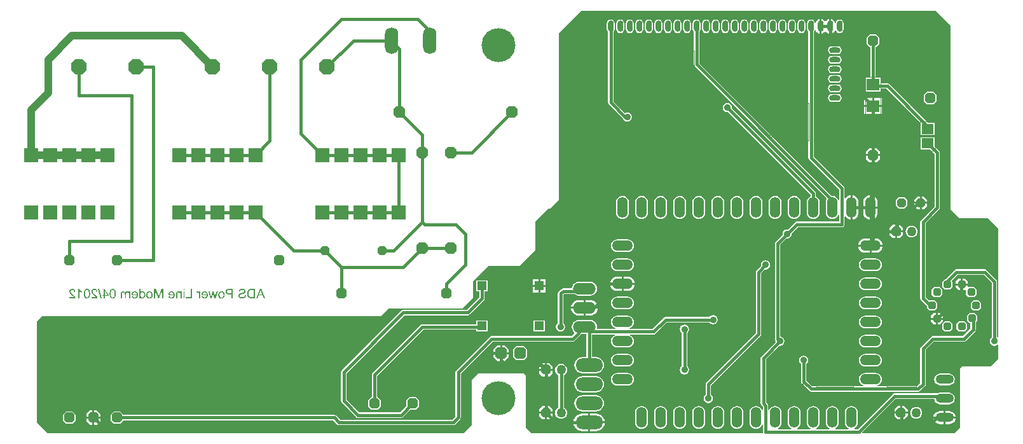
<source format=gbl>
%FSLAX44Y44*%
%MOMM*%
G71*
G01*
G75*
G04 Layer_Physical_Order=2*
G04 Layer_Color=16711680*
%ADD10R,1.6002X1.8034*%
%ADD11R,1.8034X1.6002*%
%ADD12R,1.3208X1.5240*%
%ADD13R,1.5240X1.3208*%
%ADD14R,2.5400X1.2700*%
%ADD15C,0.4064*%
%ADD16C,0.2540*%
%ADD17C,0.3048*%
%ADD18C,0.0508*%
G04:AMPARAMS|DCode=19|XSize=1.9812mm|YSize=1.9812mm|CornerRadius=0mm|HoleSize=0mm|Usage=FLASHONLY|Rotation=180.000|XOffset=0mm|YOffset=0mm|HoleType=Round|Shape=Octagon|*
%AMOCTAGOND19*
4,1,8,-0.9906,0.4953,-0.9906,-0.4953,-0.4953,-0.9906,0.4953,-0.9906,0.9906,-0.4953,0.9906,0.4953,0.4953,0.9906,-0.4953,0.9906,-0.9906,0.4953,0.0*
%
%ADD19OCTAGOND19*%

%ADD20C,1.2700*%
G04:AMPARAMS|DCode=21|XSize=1.27mm|YSize=1.27mm|CornerRadius=0mm|HoleSize=0mm|Usage=FLASHONLY|Rotation=180.000|XOffset=0mm|YOffset=0mm|HoleType=Round|Shape=Octagon|*
%AMOCTAGOND21*
4,1,8,-0.6350,0.3175,-0.6350,-0.3175,-0.3175,-0.6350,0.3175,-0.6350,0.6350,-0.3175,0.6350,0.3175,0.3175,0.6350,-0.3175,0.6350,-0.6350,0.3175,0.0*
%
%ADD21OCTAGOND21*%

%ADD22O,3.6576X1.8288*%
G04:AMPARAMS|DCode=23|XSize=1.0668mm|YSize=1.0668mm|CornerRadius=0mm|HoleSize=0mm|Usage=FLASHONLY|Rotation=90.000|XOffset=0mm|YOffset=0mm|HoleType=Round|Shape=Octagon|*
%AMOCTAGOND23*
4,1,8,0.2667,0.5334,-0.2667,0.5334,-0.5334,0.2667,-0.5334,-0.2667,-0.2667,-0.5334,0.2667,-0.5334,0.5334,-0.2667,0.5334,0.2667,0.2667,0.5334,0.0*
%
%ADD23OCTAGOND23*%

%ADD24O,3.0480X1.5240*%
%ADD25O,2.7432X1.3716*%
%ADD26O,1.3716X2.7432*%
%ADD27O,1.5240X0.7620*%
%ADD28O,0.7620X1.5240*%
G04:AMPARAMS|DCode=29|XSize=1.524mm|YSize=1.524mm|CornerRadius=0mm|HoleSize=0mm|Usage=FLASHONLY|Rotation=270.000|XOffset=0mm|YOffset=0mm|HoleType=Round|Shape=Octagon|*
%AMOCTAGOND29*
4,1,8,-0.3810,-0.7620,0.3810,-0.7620,0.7620,-0.3810,0.7620,0.3810,0.3810,0.7620,-0.3810,0.7620,-0.7620,0.3810,-0.7620,-0.3810,-0.3810,-0.7620,0.0*
%
%ADD29OCTAGOND29*%

%ADD30O,2.4384X1.2192*%
%ADD31O,1.7780X3.5560*%
%ADD32R,1.8288X1.8288*%
G04:AMPARAMS|DCode=33|XSize=1.2192mm|YSize=1.2192mm|CornerRadius=0mm|HoleSize=0mm|Usage=FLASHONLY|Rotation=0.000|XOffset=0mm|YOffset=0mm|HoleType=Round|Shape=Octagon|*
%AMOCTAGOND33*
4,1,8,0.6096,-0.3048,0.6096,0.3048,0.3048,0.6096,-0.3048,0.6096,-0.6096,0.3048,-0.6096,-0.3048,-0.3048,-0.6096,0.3048,-0.6096,0.6096,-0.3048,0.0*
%
%ADD33OCTAGOND33*%

G04:AMPARAMS|DCode=34|XSize=1.524mm|YSize=1.524mm|CornerRadius=0mm|HoleSize=0mm|Usage=FLASHONLY|Rotation=180.000|XOffset=0mm|YOffset=0mm|HoleType=Round|Shape=Octagon|*
%AMOCTAGOND34*
4,1,8,-0.7620,0.3810,-0.7620,-0.3810,-0.3810,-0.7620,0.3810,-0.7620,0.7620,-0.3810,0.7620,0.3810,0.3810,0.7620,-0.3810,0.7620,-0.7620,0.3810,0.0*
%
%ADD34OCTAGOND34*%

G04:AMPARAMS|DCode=35|XSize=1.6002mm|YSize=1.6002mm|CornerRadius=0mm|HoleSize=0mm|Usage=FLASHONLY|Rotation=0.000|XOffset=0mm|YOffset=0mm|HoleType=Round|Shape=Octagon|*
%AMOCTAGOND35*
4,1,8,0.8001,-0.4001,0.8001,0.4001,0.4001,0.8001,-0.4001,0.8001,-0.8001,0.4001,-0.8001,-0.4001,-0.4001,-0.8001,0.4001,-0.8001,0.8001,-0.4001,0.0*
%
%ADD35OCTAGOND35*%

%ADD36R,1.2192X1.2192*%
G04:AMPARAMS|DCode=37|XSize=1.3716mm|YSize=1.3716mm|CornerRadius=0mm|HoleSize=0mm|Usage=FLASHONLY|Rotation=90.000|XOffset=0mm|YOffset=0mm|HoleType=Round|Shape=Octagon|*
%AMOCTAGOND37*
4,1,8,0.3429,0.6858,-0.3429,0.6858,-0.6858,0.3429,-0.6858,-0.3429,-0.3429,-0.6858,0.3429,-0.6858,0.6858,-0.3429,0.6858,0.3429,0.3429,0.6858,0.0*
%
%ADD37OCTAGOND37*%

G04:AMPARAMS|DCode=38|XSize=1.3716mm|YSize=1.3716mm|CornerRadius=0mm|HoleSize=0mm|Usage=FLASHONLY|Rotation=180.000|XOffset=0mm|YOffset=0mm|HoleType=Round|Shape=Octagon|*
%AMOCTAGOND38*
4,1,8,-0.6858,0.3429,-0.6858,-0.3429,-0.3429,-0.6858,0.3429,-0.6858,0.6858,-0.3429,0.6858,0.3429,0.3429,0.6858,-0.3429,0.6858,-0.6858,0.3429,0.0*
%
%ADD38OCTAGOND38*%

%ADD39C,4.5212*%
%ADD40C,0.9096*%
%ADD41C,1.0160*%
G36*
X536396Y447474D02*
X536724Y447438D01*
X537033Y447383D01*
X537325Y447292D01*
X537598Y447201D01*
X537853Y447092D01*
X538090Y446983D01*
X538290Y446855D01*
X538490Y446746D01*
X538654Y446618D01*
X538800Y446509D01*
X538909Y446418D01*
X539000Y446327D01*
X539073Y446273D01*
X539109Y446236D01*
X539128Y446218D01*
X539328Y445963D01*
X539510Y445690D01*
X539674Y445416D01*
X539820Y445125D01*
X539929Y444815D01*
X540020Y444524D01*
X540166Y443941D01*
X540220Y443686D01*
X540257Y443431D01*
X540275Y443213D01*
X540293Y443013D01*
X540311Y442849D01*
Y442739D01*
Y442648D01*
Y442630D01*
X540293Y442229D01*
X540257Y441847D01*
X540202Y441483D01*
X540129Y441155D01*
X540038Y440845D01*
X539947Y440554D01*
X539838Y440299D01*
X539729Y440062D01*
X539619Y439862D01*
X539510Y439680D01*
X539419Y439534D01*
X539328Y439407D01*
X539255Y439297D01*
X539201Y439225D01*
X539164Y439188D01*
X539146Y439170D01*
X538909Y438951D01*
X538672Y438769D01*
X538417Y438605D01*
X538144Y438460D01*
X537889Y438350D01*
X537616Y438241D01*
X537106Y438095D01*
X536869Y438059D01*
X536651Y438022D01*
X536451Y437986D01*
X536287Y437968D01*
X536159Y437950D01*
X535959D01*
X535394Y437986D01*
X534884Y438077D01*
X534429Y438186D01*
X534247Y438259D01*
X534065Y438332D01*
X533901Y438405D01*
X533755Y438478D01*
X533646Y438532D01*
X533537Y438587D01*
X533464Y438642D01*
X533409Y438678D01*
X533373Y438715D01*
X533354D01*
X532990Y439042D01*
X532699Y439388D01*
X532444Y439753D01*
X532262Y440099D01*
X532116Y440408D01*
X532061Y440554D01*
X532007Y440663D01*
X531970Y440773D01*
X531952Y440845D01*
X531934Y440882D01*
Y440900D01*
X533537Y441100D01*
X533682Y440754D01*
X533846Y440463D01*
X534010Y440208D01*
X534156Y440008D01*
X534283Y439862D01*
X534393Y439753D01*
X534484Y439680D01*
X534502Y439662D01*
X534739Y439516D01*
X534975Y439407D01*
X535230Y439334D01*
X535449Y439279D01*
X535649Y439243D01*
X535813Y439225D01*
X535959D01*
X536177Y439243D01*
X536378Y439261D01*
X536742Y439352D01*
X537070Y439479D01*
X537361Y439625D01*
X537580Y439753D01*
X537743Y439880D01*
X537853Y439971D01*
X537871Y440008D01*
X537889D01*
X538144Y440335D01*
X538344Y440700D01*
X538490Y441100D01*
X538600Y441465D01*
X538654Y441792D01*
X538690Y441938D01*
X538709Y442066D01*
Y442175D01*
X538727Y442248D01*
Y442302D01*
Y442321D01*
X531898D01*
X531879Y442503D01*
Y442630D01*
Y442703D01*
Y442721D01*
X531898Y443140D01*
X531934Y443522D01*
X531989Y443887D01*
X532061Y444233D01*
X532152Y444542D01*
X532244Y444834D01*
X532353Y445089D01*
X532462Y445325D01*
X532571Y445544D01*
X532681Y445726D01*
X532772Y445872D01*
X532863Y445999D01*
X532936Y446109D01*
X532990Y446181D01*
X533027Y446218D01*
X533045Y446236D01*
X533263Y446455D01*
X533500Y446655D01*
X533755Y446819D01*
X534010Y446964D01*
X534265Y447092D01*
X534502Y447183D01*
X534757Y447274D01*
X534975Y447329D01*
X535212Y447383D01*
X535412Y447420D01*
X535594Y447456D01*
X535740Y447474D01*
X535868Y447493D01*
X536050D01*
X536396Y447474D01*
D02*
G37*
G36*
X1573784Y800942D02*
Y556594D01*
X1585294Y545084D01*
X1623394D01*
X1637284Y531194D01*
Y387064D01*
X1636014Y386401D01*
X1635551Y386724D01*
Y460502D01*
X1635277Y461880D01*
X1634496Y463048D01*
X1621796Y475748D01*
X1620628Y476529D01*
X1619250Y476803D01*
X1581150D01*
X1579772Y476529D01*
X1578604Y475748D01*
X1566381Y463526D01*
X1565795D01*
X1562378Y460109D01*
Y453275D01*
X1565795Y449858D01*
X1572629D01*
X1576046Y453275D01*
Y460109D01*
X1575233Y460922D01*
Y462192D01*
X1582642Y469601D01*
X1617758D01*
X1628349Y459010D01*
Y385868D01*
X1627590Y385360D01*
X1626253Y383360D01*
X1625784Y381000D01*
X1626253Y378640D01*
X1627590Y376640D01*
X1629590Y375303D01*
X1631950Y374833D01*
X1634310Y375303D01*
X1636014Y376442D01*
X1637284Y375985D01*
Y358060D01*
X1626442Y347218D01*
X1588342D01*
X1586484Y345360D01*
Y265858D01*
X1578944Y258318D01*
X1455814D01*
X1455327Y259491D01*
X1500097Y304501D01*
X1551684D01*
X1551906Y302817D01*
X1552671Y300969D01*
X1553889Y299382D01*
X1555475Y298165D01*
X1557323Y297400D01*
X1559306Y297138D01*
X1571498D01*
X1573481Y297400D01*
X1575329Y298165D01*
X1576915Y299382D01*
X1578133Y300969D01*
X1578898Y302817D01*
X1579160Y304800D01*
X1578898Y306783D01*
X1578133Y308631D01*
X1576915Y310217D01*
X1575329Y311435D01*
X1573481Y312201D01*
X1571498Y312462D01*
X1559306D01*
X1557323Y312201D01*
X1556122Y311703D01*
X1498600D01*
X1498595Y311702D01*
X1498590Y311703D01*
X1497903Y311565D01*
X1497222Y311429D01*
X1497218Y311426D01*
X1497213Y311425D01*
X1496632Y311035D01*
X1496054Y310648D01*
X1496051Y310644D01*
X1496047Y310642D01*
X1449605Y263951D01*
X1445562D01*
X1445310Y265221D01*
X1445665Y265368D01*
X1447411Y266708D01*
X1448751Y268454D01*
X1449593Y270487D01*
X1449880Y272669D01*
Y286385D01*
X1449593Y288567D01*
X1448751Y290600D01*
X1447411Y292346D01*
X1445665Y293686D01*
X1443632Y294528D01*
X1441450Y294815D01*
X1439268Y294528D01*
X1437235Y293686D01*
X1435489Y292346D01*
X1434149Y290600D01*
X1433307Y288567D01*
X1433020Y286385D01*
Y272669D01*
X1433307Y270487D01*
X1434149Y268454D01*
X1435489Y266708D01*
X1437235Y265368D01*
X1437590Y265221D01*
X1437337Y263951D01*
X1420163D01*
X1419910Y265221D01*
X1420265Y265368D01*
X1422011Y266708D01*
X1423351Y268454D01*
X1424193Y270487D01*
X1424480Y272669D01*
Y286385D01*
X1424193Y288567D01*
X1423351Y290600D01*
X1422011Y292346D01*
X1420265Y293686D01*
X1418232Y294528D01*
X1416050Y294815D01*
X1413868Y294528D01*
X1411835Y293686D01*
X1410089Y292346D01*
X1408749Y290600D01*
X1407907Y288567D01*
X1407620Y286385D01*
Y272669D01*
X1407907Y270487D01*
X1408749Y268454D01*
X1410089Y266708D01*
X1411835Y265368D01*
X1412190Y265221D01*
X1411938Y263951D01*
X1394763D01*
X1394510Y265221D01*
X1394865Y265368D01*
X1396611Y266708D01*
X1397951Y268454D01*
X1398793Y270487D01*
X1399080Y272669D01*
Y286385D01*
X1398793Y288567D01*
X1397951Y290600D01*
X1396611Y292346D01*
X1394865Y293686D01*
X1392832Y294528D01*
X1390650Y294815D01*
X1388468Y294528D01*
X1386435Y293686D01*
X1384689Y292346D01*
X1383349Y290600D01*
X1382507Y288567D01*
X1382220Y286385D01*
Y272669D01*
X1382507Y270487D01*
X1383349Y268454D01*
X1384689Y266708D01*
X1386435Y265368D01*
X1386790Y265221D01*
X1386537Y263951D01*
X1369362D01*
X1369110Y265221D01*
X1369465Y265368D01*
X1371211Y266708D01*
X1372551Y268454D01*
X1373393Y270487D01*
X1373680Y272669D01*
Y286385D01*
X1373393Y288567D01*
X1372551Y290600D01*
X1371211Y292346D01*
X1369465Y293686D01*
X1367432Y294528D01*
X1365250Y294815D01*
X1363068Y294528D01*
X1361035Y293686D01*
X1359289Y292346D01*
X1357949Y290600D01*
X1357107Y288567D01*
X1356820Y286385D01*
Y272669D01*
X1357107Y270487D01*
X1357949Y268454D01*
X1359289Y266708D01*
X1361035Y265368D01*
X1361390Y265221D01*
X1361138Y263951D01*
X1343963D01*
X1343710Y265221D01*
X1344065Y265368D01*
X1345811Y266708D01*
X1347151Y268454D01*
X1347993Y270487D01*
X1348280Y272669D01*
Y286385D01*
X1347993Y288567D01*
X1347151Y290600D01*
X1345811Y292346D01*
X1344065Y293686D01*
X1342032Y294528D01*
X1339850Y294815D01*
X1337668Y294528D01*
X1335635Y293686D01*
X1333889Y292346D01*
X1332549Y290600D01*
X1332021Y289325D01*
X1330751Y289578D01*
Y295402D01*
X1330477Y296780D01*
X1329696Y297948D01*
X1327703Y299942D01*
Y357410D01*
X1345305Y375012D01*
X1346200Y374833D01*
X1348560Y375303D01*
X1350560Y376640D01*
X1351897Y378640D01*
X1352366Y381000D01*
X1351897Y383360D01*
X1350560Y385360D01*
X1348560Y386697D01*
X1346753Y387057D01*
Y509810D01*
X1354957Y518014D01*
X1355852Y517836D01*
X1358212Y518305D01*
X1360212Y519642D01*
X1361549Y521642D01*
X1362018Y524002D01*
X1361840Y524897D01*
X1370044Y533101D01*
X1428750D01*
X1430128Y533375D01*
X1431296Y534156D01*
X1432077Y535324D01*
X1432351Y536702D01*
Y546530D01*
X1433621Y546961D01*
X1434747Y545493D01*
X1436711Y543987D01*
X1438997Y543040D01*
X1440180Y542884D01*
Y559054D01*
Y575224D01*
X1438997Y575068D01*
X1436711Y574121D01*
X1434747Y572615D01*
X1433621Y571147D01*
X1432351Y571578D01*
Y584200D01*
X1432216Y584881D01*
X1432081Y585568D01*
X1432078Y585573D01*
X1432077Y585578D01*
X1431691Y586156D01*
X1431304Y586739D01*
X1391203Y627087D01*
Y792310D01*
X1391430Y792462D01*
X1392604Y794218D01*
X1392774Y795075D01*
X1394069D01*
X1394320Y793812D01*
X1395724Y791712D01*
X1397824Y790308D01*
X1399032Y790068D01*
Y800100D01*
Y810132D01*
X1397824Y809892D01*
X1395724Y808488D01*
X1394320Y806388D01*
X1394069Y805125D01*
X1392774D01*
X1392604Y805982D01*
X1391430Y807738D01*
X1389674Y808912D01*
X1387602Y809324D01*
X1385530Y808912D01*
X1383774Y807738D01*
X1382600Y805982D01*
X1382188Y803910D01*
Y796290D01*
X1382600Y794218D01*
X1383774Y792462D01*
X1384001Y792310D01*
Y625602D01*
X1384137Y624917D01*
X1384271Y624234D01*
X1384274Y624229D01*
X1384275Y624224D01*
X1384661Y623646D01*
X1385048Y623063D01*
X1425149Y582715D01*
Y569105D01*
X1423879Y568852D01*
X1423351Y570127D01*
X1422011Y571873D01*
X1420265Y573213D01*
X1418232Y574055D01*
X1416050Y574342D01*
X1415345Y574249D01*
X1238803Y750792D01*
Y792310D01*
X1239030Y792462D01*
X1240204Y794218D01*
X1240616Y796290D01*
Y803910D01*
X1240204Y805982D01*
X1239030Y807738D01*
X1237274Y808912D01*
X1235202Y809324D01*
X1233130Y808912D01*
X1231374Y807738D01*
X1230200Y805982D01*
X1229788Y803910D01*
Y796290D01*
X1230200Y794218D01*
X1231374Y792462D01*
X1231601Y792310D01*
Y749300D01*
X1231875Y747922D01*
X1232656Y746754D01*
X1408981Y570429D01*
X1408749Y570127D01*
X1407907Y568094D01*
X1407620Y565912D01*
Y552196D01*
X1407907Y550014D01*
X1408749Y547981D01*
X1410089Y546235D01*
X1411835Y544895D01*
X1413868Y544053D01*
X1416050Y543766D01*
X1418232Y544053D01*
X1420265Y544895D01*
X1422011Y546235D01*
X1423351Y547981D01*
X1423879Y549256D01*
X1425149Y549003D01*
Y540303D01*
X1368552D01*
X1367174Y540029D01*
X1366006Y539248D01*
X1356747Y529990D01*
X1355852Y530168D01*
X1353492Y529699D01*
X1351492Y528362D01*
X1350155Y526362D01*
X1349686Y524002D01*
X1349864Y523106D01*
X1340606Y513848D01*
X1339825Y512680D01*
X1339551Y511302D01*
Y384302D01*
X1339674Y383682D01*
X1339772Y383058D01*
X1339811Y382996D01*
X1339825Y382924D01*
X1340176Y382398D01*
X1340278Y382231D01*
X1340034Y381000D01*
X1340212Y380104D01*
X1321556Y361448D01*
X1320775Y360280D01*
X1320501Y358902D01*
Y298450D01*
X1320775Y297072D01*
X1321556Y295904D01*
X1323549Y293910D01*
Y289578D01*
X1322279Y289325D01*
X1321751Y290600D01*
X1320411Y292346D01*
X1318665Y293686D01*
X1316632Y294528D01*
X1314450Y294815D01*
X1312268Y294528D01*
X1310235Y293686D01*
X1308489Y292346D01*
X1307149Y290600D01*
X1306307Y288567D01*
X1306020Y286385D01*
Y272669D01*
X1306307Y270487D01*
X1307149Y268454D01*
X1308489Y266708D01*
X1310235Y265368D01*
X1312268Y264526D01*
X1314450Y264239D01*
X1316632Y264526D01*
X1318665Y265368D01*
X1320411Y266708D01*
X1321751Y268454D01*
X1322279Y269729D01*
X1323549Y269476D01*
Y260350D01*
X1323700Y259588D01*
X1322849Y258318D01*
X1015158D01*
X1007618Y265858D01*
Y335756D01*
X1005712Y337820D01*
X943944D01*
X935482Y329358D01*
Y269176D01*
X924910Y258318D01*
X370760D01*
X356870Y272208D01*
Y407242D01*
X364410Y414782D01*
X815244D01*
X824642Y424434D01*
X923210D01*
X937768Y438992D01*
Y461344D01*
X958008Y481584D01*
X999410D01*
X1020318Y502492D01*
Y540592D01*
X1037510Y557784D01*
X1040558D01*
X1052068Y569294D01*
Y791549D01*
X1081966Y821182D01*
X1553544D01*
X1573784Y800942D01*
D02*
G37*
G36*
X580468Y447474D02*
X580796Y447438D01*
X581106Y447383D01*
X581397Y447292D01*
X581670Y447201D01*
X581925Y447092D01*
X582162Y446983D01*
X582362Y446855D01*
X582563Y446746D01*
X582727Y446618D01*
X582872Y446509D01*
X582982Y446418D01*
X583073Y446327D01*
X583145Y446273D01*
X583182Y446236D01*
X583200Y446218D01*
X583400Y445963D01*
X583583Y445690D01*
X583746Y445416D01*
X583892Y445125D01*
X584002Y444815D01*
X584093Y444524D01*
X584238Y443941D01*
X584293Y443686D01*
X584329Y443431D01*
X584347Y443213D01*
X584366Y443013D01*
X584384Y442849D01*
Y442739D01*
Y442648D01*
Y442630D01*
X584366Y442229D01*
X584329Y441847D01*
X584275Y441483D01*
X584202Y441155D01*
X584111Y440845D01*
X584020Y440554D01*
X583910Y440299D01*
X583801Y440062D01*
X583692Y439862D01*
X583583Y439680D01*
X583492Y439534D01*
X583400Y439407D01*
X583328Y439297D01*
X583273Y439225D01*
X583237Y439188D01*
X583218Y439170D01*
X582982Y438951D01*
X582745Y438769D01*
X582490Y438605D01*
X582217Y438460D01*
X581962Y438350D01*
X581689Y438241D01*
X581179Y438095D01*
X580942Y438059D01*
X580723Y438022D01*
X580523Y437986D01*
X580359Y437968D01*
X580232Y437950D01*
X580031D01*
X579467Y437986D01*
X578957Y438077D01*
X578502Y438186D01*
X578319Y438259D01*
X578137Y438332D01*
X577973Y438405D01*
X577828Y438478D01*
X577718Y438532D01*
X577609Y438587D01*
X577536Y438642D01*
X577482Y438678D01*
X577445Y438715D01*
X577427D01*
X577063Y439042D01*
X576771Y439388D01*
X576516Y439753D01*
X576334Y440099D01*
X576189Y440408D01*
X576134Y440554D01*
X576079Y440663D01*
X576043Y440773D01*
X576025Y440845D01*
X576007Y440882D01*
Y440900D01*
X577609Y441100D01*
X577755Y440754D01*
X577919Y440463D01*
X578083Y440208D01*
X578228Y440008D01*
X578356Y439862D01*
X578465Y439753D01*
X578556Y439680D01*
X578574Y439662D01*
X578811Y439516D01*
X579048Y439407D01*
X579303Y439334D01*
X579521Y439279D01*
X579722Y439243D01*
X579886Y439225D01*
X580031D01*
X580250Y439243D01*
X580450Y439261D01*
X580814Y439352D01*
X581142Y439479D01*
X581434Y439625D01*
X581652Y439753D01*
X581816Y439880D01*
X581925Y439971D01*
X581944Y440008D01*
X581962D01*
X582217Y440335D01*
X582417Y440700D01*
X582563Y441100D01*
X582672Y441465D01*
X582727Y441792D01*
X582763Y441938D01*
X582781Y442066D01*
Y442175D01*
X582799Y442248D01*
Y442302D01*
Y442321D01*
X575970D01*
X575952Y442503D01*
Y442630D01*
Y442703D01*
Y442721D01*
X575970Y443140D01*
X576007Y443522D01*
X576061Y443887D01*
X576134Y444233D01*
X576225Y444542D01*
X576316Y444834D01*
X576425Y445089D01*
X576535Y445325D01*
X576644Y445544D01*
X576753Y445726D01*
X576844Y445872D01*
X576935Y445999D01*
X577008Y446109D01*
X577063Y446181D01*
X577099Y446218D01*
X577117Y446236D01*
X577336Y446455D01*
X577573Y446655D01*
X577828Y446819D01*
X578083Y446964D01*
X578338Y447092D01*
X578574Y447183D01*
X578829Y447274D01*
X579048Y447329D01*
X579285Y447383D01*
X579485Y447420D01*
X579667Y447456D01*
X579813Y447474D01*
X579940Y447493D01*
X580122D01*
X580468Y447474D01*
D02*
G37*
G36*
X647269Y438150D02*
X642735D01*
X642316Y438168D01*
X641933Y438186D01*
X641587Y438223D01*
X641296Y438259D01*
X641041Y438296D01*
X640859Y438314D01*
X640804Y438332D01*
X640750Y438350D01*
X640713D01*
X640385Y438441D01*
X640094Y438551D01*
X639839Y438642D01*
X639620Y438751D01*
X639438Y438842D01*
X639311Y438915D01*
X639238Y438969D01*
X639202Y438988D01*
X638965Y439152D01*
X638764Y439352D01*
X638564Y439534D01*
X638400Y439716D01*
X638255Y439880D01*
X638145Y440008D01*
X638072Y440099D01*
X638054Y440135D01*
X637872Y440426D01*
X637690Y440736D01*
X637544Y441027D01*
X637435Y441319D01*
X637326Y441574D01*
X637253Y441774D01*
X637235Y441847D01*
X637216Y441902D01*
X637198Y441938D01*
Y441956D01*
X637089Y442393D01*
X636998Y442830D01*
X636943Y443249D01*
X636889Y443650D01*
X636870Y443996D01*
Y444142D01*
X636852Y444269D01*
Y444360D01*
Y444451D01*
Y444488D01*
Y444506D01*
X636870Y445125D01*
X636925Y445690D01*
X637016Y446200D01*
X637052Y446436D01*
X637107Y446637D01*
X637162Y446837D01*
X637198Y447001D01*
X637235Y447147D01*
X637289Y447274D01*
X637307Y447383D01*
X637344Y447456D01*
X637362Y447493D01*
Y447511D01*
X637562Y447984D01*
X637799Y448403D01*
X638054Y448768D01*
X638291Y449077D01*
X638509Y449332D01*
X638691Y449514D01*
X638764Y449569D01*
X638819Y449623D01*
X638837Y449642D01*
X638855Y449660D01*
X639147Y449897D01*
X639456Y450079D01*
X639766Y450243D01*
X640057Y450370D01*
X640312Y450461D01*
X640513Y450516D01*
X640586Y450552D01*
X640640D01*
X640677Y450570D01*
X640695D01*
X641004Y450625D01*
X641369Y450680D01*
X641733Y450716D01*
X642097Y450734D01*
X642425Y450753D01*
X647269D01*
Y438150D01*
D02*
G37*
G36*
X660400D02*
X658633D01*
X657268Y441974D01*
X651986D01*
X650511Y438150D01*
X648617D01*
X653771Y450753D01*
X655592D01*
X660400Y438150D01*
D02*
G37*
G36*
X487424Y447474D02*
X487752Y447438D01*
X488062Y447383D01*
X488353Y447292D01*
X488626Y447201D01*
X488881Y447092D01*
X489118Y446983D01*
X489318Y446855D01*
X489519Y446746D01*
X489683Y446618D01*
X489828Y446509D01*
X489938Y446418D01*
X490029Y446327D01*
X490102Y446273D01*
X490138Y446236D01*
X490156Y446218D01*
X490356Y445963D01*
X490538Y445690D01*
X490702Y445416D01*
X490848Y445125D01*
X490957Y444815D01*
X491049Y444524D01*
X491194Y443941D01*
X491249Y443686D01*
X491285Y443431D01*
X491303Y443213D01*
X491322Y443013D01*
X491340Y442849D01*
Y442739D01*
Y442648D01*
Y442630D01*
X491322Y442229D01*
X491285Y441847D01*
X491231Y441483D01*
X491158Y441155D01*
X491067Y440845D01*
X490976Y440554D01*
X490866Y440299D01*
X490757Y440062D01*
X490648Y439862D01*
X490538Y439680D01*
X490448Y439534D01*
X490356Y439407D01*
X490284Y439297D01*
X490229Y439225D01*
X490192Y439188D01*
X490174Y439170D01*
X489938Y438951D01*
X489701Y438769D01*
X489446Y438605D01*
X489173Y438460D01*
X488918Y438350D01*
X488644Y438241D01*
X488135Y438095D01*
X487898Y438059D01*
X487679Y438022D01*
X487479Y437986D01*
X487315Y437968D01*
X487188Y437950D01*
X486987D01*
X486423Y437986D01*
X485913Y438077D01*
X485457Y438186D01*
X485275Y438259D01*
X485093Y438332D01*
X484929Y438405D01*
X484784Y438478D01*
X484674Y438532D01*
X484565Y438587D01*
X484492Y438642D01*
X484438Y438678D01*
X484401Y438715D01*
X484383D01*
X484019Y439042D01*
X483727Y439388D01*
X483472Y439753D01*
X483290Y440099D01*
X483145Y440408D01*
X483090Y440554D01*
X483035Y440663D01*
X482999Y440773D01*
X482981Y440845D01*
X482962Y440882D01*
Y440900D01*
X484565Y441100D01*
X484711Y440754D01*
X484875Y440463D01*
X485039Y440208D01*
X485184Y440008D01*
X485312Y439862D01*
X485421Y439753D01*
X485512Y439680D01*
X485530Y439662D01*
X485767Y439516D01*
X486004Y439407D01*
X486259Y439334D01*
X486477Y439279D01*
X486678Y439243D01*
X486842Y439225D01*
X486987D01*
X487206Y439243D01*
X487406Y439261D01*
X487770Y439352D01*
X488098Y439479D01*
X488390Y439625D01*
X488608Y439753D01*
X488772Y439880D01*
X488881Y439971D01*
X488899Y440008D01*
X488918D01*
X489173Y440335D01*
X489373Y440700D01*
X489519Y441100D01*
X489628Y441465D01*
X489683Y441792D01*
X489719Y441938D01*
X489737Y442066D01*
Y442175D01*
X489755Y442248D01*
Y442302D01*
Y442321D01*
X482926D01*
X482908Y442503D01*
Y442630D01*
Y442703D01*
Y442721D01*
X482926Y443140D01*
X482962Y443522D01*
X483017Y443887D01*
X483090Y444233D01*
X483181Y444542D01*
X483272Y444834D01*
X483381Y445089D01*
X483491Y445325D01*
X483600Y445544D01*
X483709Y445726D01*
X483800Y445872D01*
X483891Y445999D01*
X483964Y446109D01*
X484019Y446181D01*
X484055Y446218D01*
X484073Y446236D01*
X484292Y446455D01*
X484529Y446655D01*
X484784Y446819D01*
X485039Y446964D01*
X485294Y447092D01*
X485530Y447183D01*
X485785Y447274D01*
X486004Y447329D01*
X486241Y447383D01*
X486441Y447420D01*
X486623Y447456D01*
X486769Y447474D01*
X486896Y447493D01*
X487078D01*
X487424Y447474D01*
D02*
G37*
G36*
X524941Y438150D02*
X523338D01*
Y448877D01*
X519696Y438150D01*
X518202D01*
X514524Y448695D01*
Y438150D01*
X512921D01*
Y450753D01*
X515161D01*
X518184Y441974D01*
X518348Y441501D01*
X518475Y441100D01*
X518603Y440754D01*
X518694Y440463D01*
X518767Y440244D01*
X518821Y440080D01*
X518840Y439989D01*
X518858Y439953D01*
X518931Y440208D01*
X519022Y440499D01*
X519131Y440809D01*
X519222Y441119D01*
X519313Y441392D01*
X519386Y441610D01*
X519422Y441701D01*
X519441Y441756D01*
X519459Y441792D01*
Y441811D01*
X522446Y450753D01*
X524941D01*
Y438150D01*
D02*
G37*
G36*
X404142Y450789D02*
X404451Y450771D01*
X404743Y450716D01*
X405016Y450662D01*
X405271Y450589D01*
X405508Y450516D01*
X405726Y450425D01*
X405927Y450334D01*
X406109Y450243D01*
X406254Y450152D01*
X406382Y450079D01*
X406491Y450006D01*
X406582Y449951D01*
X406637Y449897D01*
X406673Y449878D01*
X406691Y449860D01*
X406874Y449678D01*
X407037Y449478D01*
X407201Y449259D01*
X407329Y449041D01*
X407547Y448604D01*
X407693Y448167D01*
X407748Y447966D01*
X407802Y447766D01*
X407839Y447602D01*
X407875Y447456D01*
X407893Y447329D01*
Y447238D01*
X407912Y447183D01*
Y447165D01*
X406327Y447001D01*
X406291Y447420D01*
X406218Y447784D01*
X406109Y448112D01*
X405981Y448367D01*
X405872Y448585D01*
X405763Y448731D01*
X405690Y448822D01*
X405653Y448858D01*
X405380Y449077D01*
X405089Y449241D01*
X404779Y449369D01*
X404506Y449441D01*
X404251Y449496D01*
X404033Y449514D01*
X403960Y449532D01*
X403850D01*
X403468Y449514D01*
X403122Y449441D01*
X402831Y449332D01*
X402575Y449223D01*
X402375Y449095D01*
X402248Y449004D01*
X402157Y448931D01*
X402120Y448895D01*
X401902Y448640D01*
X401738Y448385D01*
X401610Y448130D01*
X401538Y447875D01*
X401483Y447675D01*
X401465Y447493D01*
X401446Y447383D01*
Y447365D01*
Y447347D01*
X401483Y447019D01*
X401556Y446673D01*
X401683Y446363D01*
X401811Y446072D01*
X401956Y445835D01*
X402084Y445635D01*
X402120Y445562D01*
X402157Y445508D01*
X402193Y445489D01*
Y445471D01*
X402339Y445271D01*
X402521Y445070D01*
X402721Y444852D01*
X402940Y444633D01*
X403395Y444196D01*
X403850Y443759D01*
X404087Y443559D01*
X404287Y443377D01*
X404488Y443213D01*
X404652Y443067D01*
X404779Y442958D01*
X404888Y442867D01*
X404961Y442812D01*
X404980Y442794D01*
X405435Y442412D01*
X405854Y442047D01*
X406200Y441720D01*
X406473Y441446D01*
X406710Y441210D01*
X406874Y441046D01*
X406965Y440936D01*
X407001Y440918D01*
Y440900D01*
X407256Y440590D01*
X407456Y440299D01*
X407638Y440008D01*
X407784Y439753D01*
X407893Y439534D01*
X407966Y439370D01*
X408003Y439261D01*
X408021Y439243D01*
Y439225D01*
X408094Y439024D01*
X408130Y438842D01*
X408167Y438660D01*
X408185Y438496D01*
X408203Y438350D01*
Y438241D01*
Y438168D01*
Y438150D01*
X399844D01*
Y439643D01*
X406054D01*
X405835Y439953D01*
X405726Y440080D01*
X405635Y440208D01*
X405544Y440317D01*
X405471Y440390D01*
X405417Y440445D01*
X405398Y440463D01*
X405307Y440554D01*
X405198Y440645D01*
X404943Y440882D01*
X404652Y441155D01*
X404342Y441428D01*
X404051Y441665D01*
X403923Y441774D01*
X403814Y441883D01*
X403723Y441956D01*
X403650Y442011D01*
X403614Y442047D01*
X403595Y442066D01*
X403304Y442321D01*
X403013Y442557D01*
X402758Y442794D01*
X402521Y442994D01*
X402302Y443195D01*
X402120Y443377D01*
X401938Y443541D01*
X401792Y443686D01*
X401647Y443832D01*
X401538Y443941D01*
X401446Y444032D01*
X401355Y444123D01*
X401264Y444233D01*
X401228Y444269D01*
X400973Y444579D01*
X400754Y444852D01*
X400572Y445125D01*
X400427Y445344D01*
X400317Y445544D01*
X400244Y445690D01*
X400208Y445781D01*
X400190Y445817D01*
X400080Y446090D01*
X400008Y446363D01*
X399935Y446618D01*
X399898Y446837D01*
X399880Y447037D01*
X399862Y447183D01*
Y447274D01*
Y447310D01*
X399880Y447584D01*
X399917Y447839D01*
X399953Y448094D01*
X400026Y448312D01*
X400208Y448749D01*
X400390Y449095D01*
X400499Y449259D01*
X400591Y449387D01*
X400681Y449514D01*
X400773Y449605D01*
X400845Y449678D01*
X400882Y449751D01*
X400918Y449769D01*
X400937Y449787D01*
X401137Y449969D01*
X401355Y450133D01*
X401592Y450261D01*
X401829Y450370D01*
X402302Y450552D01*
X402776Y450680D01*
X402976Y450716D01*
X403176Y450753D01*
X403359Y450771D01*
X403504Y450789D01*
X403632Y450807D01*
X403814D01*
X404142Y450789D01*
D02*
G37*
G36*
X433536D02*
X433845Y450771D01*
X434137Y450716D01*
X434410Y450662D01*
X434665Y450589D01*
X434902Y450516D01*
X435120Y450425D01*
X435320Y450334D01*
X435503Y450243D01*
X435648Y450152D01*
X435776Y450079D01*
X435885Y450006D01*
X435976Y449951D01*
X436031Y449897D01*
X436067Y449878D01*
X436085Y449860D01*
X436267Y449678D01*
X436431Y449478D01*
X436595Y449259D01*
X436723Y449041D01*
X436941Y448604D01*
X437087Y448167D01*
X437141Y447966D01*
X437196Y447766D01*
X437233Y447602D01*
X437269Y447456D01*
X437287Y447329D01*
Y447238D01*
X437305Y447183D01*
Y447165D01*
X435721Y447001D01*
X435685Y447420D01*
X435612Y447784D01*
X435503Y448112D01*
X435375Y448367D01*
X435266Y448585D01*
X435157Y448731D01*
X435084Y448822D01*
X435047Y448858D01*
X434774Y449077D01*
X434483Y449241D01*
X434173Y449369D01*
X433900Y449441D01*
X433645Y449496D01*
X433426Y449514D01*
X433354Y449532D01*
X433244D01*
X432862Y449514D01*
X432516Y449441D01*
X432224Y449332D01*
X431969Y449223D01*
X431769Y449095D01*
X431642Y449004D01*
X431550Y448931D01*
X431514Y448895D01*
X431296Y448640D01*
X431132Y448385D01*
X431004Y448130D01*
X430931Y447875D01*
X430877Y447675D01*
X430858Y447493D01*
X430840Y447383D01*
Y447365D01*
Y447347D01*
X430877Y447019D01*
X430950Y446673D01*
X431077Y446363D01*
X431204Y446072D01*
X431350Y445835D01*
X431478Y445635D01*
X431514Y445562D01*
X431550Y445508D01*
X431587Y445489D01*
Y445471D01*
X431733Y445271D01*
X431915Y445070D01*
X432115Y444852D01*
X432334Y444633D01*
X432789Y444196D01*
X433244Y443759D01*
X433481Y443559D01*
X433681Y443377D01*
X433882Y443213D01*
X434045Y443067D01*
X434173Y442958D01*
X434282Y442867D01*
X434355Y442812D01*
X434373Y442794D01*
X434829Y442412D01*
X435247Y442047D01*
X435593Y441720D01*
X435867Y441446D01*
X436104Y441210D01*
X436267Y441046D01*
X436358Y440936D01*
X436395Y440918D01*
Y440900D01*
X436650Y440590D01*
X436850Y440299D01*
X437032Y440008D01*
X437178Y439753D01*
X437287Y439534D01*
X437360Y439370D01*
X437397Y439261D01*
X437415Y439243D01*
Y439225D01*
X437488Y439024D01*
X437524Y438842D01*
X437560Y438660D01*
X437579Y438496D01*
X437597Y438350D01*
Y438241D01*
Y438168D01*
Y438150D01*
X429238D01*
Y439643D01*
X435448D01*
X435229Y439953D01*
X435120Y440080D01*
X435029Y440208D01*
X434938Y440317D01*
X434865Y440390D01*
X434810Y440445D01*
X434792Y440463D01*
X434701Y440554D01*
X434592Y440645D01*
X434337Y440882D01*
X434045Y441155D01*
X433736Y441428D01*
X433445Y441665D01*
X433317Y441774D01*
X433208Y441883D01*
X433117Y441956D01*
X433044Y442011D01*
X433008Y442047D01*
X432989Y442066D01*
X432698Y442321D01*
X432407Y442557D01*
X432151Y442794D01*
X431915Y442994D01*
X431696Y443195D01*
X431514Y443377D01*
X431332Y443541D01*
X431186Y443686D01*
X431041Y443832D01*
X430931Y443941D01*
X430840Y444032D01*
X430749Y444123D01*
X430658Y444233D01*
X430622Y444269D01*
X430367Y444579D01*
X430148Y444852D01*
X429966Y445125D01*
X429820Y445344D01*
X429711Y445544D01*
X429638Y445690D01*
X429602Y445781D01*
X429584Y445817D01*
X429474Y446090D01*
X429402Y446363D01*
X429329Y446618D01*
X429292Y446837D01*
X429274Y447037D01*
X429256Y447183D01*
Y447274D01*
Y447310D01*
X429274Y447584D01*
X429310Y447839D01*
X429347Y448094D01*
X429420Y448312D01*
X429602Y448749D01*
X429784Y449095D01*
X429893Y449259D01*
X429984Y449387D01*
X430075Y449514D01*
X430166Y449605D01*
X430239Y449678D01*
X430276Y449751D01*
X430312Y449769D01*
X430330Y449787D01*
X430531Y449969D01*
X430749Y450133D01*
X430986Y450261D01*
X431223Y450370D01*
X431696Y450552D01*
X432170Y450680D01*
X432370Y450716D01*
X432570Y450753D01*
X432752Y450771D01*
X432898Y450789D01*
X433026Y450807D01*
X433208D01*
X433536Y450789D01*
D02*
G37*
G36*
X553497Y448986D02*
X551949D01*
Y450753D01*
X553497D01*
Y448986D01*
D02*
G37*
G36*
X594929Y438150D02*
X593289D01*
X591450Y445180D01*
X591086Y443614D01*
X589629Y438150D01*
X588045D01*
X585167Y447292D01*
X586679D01*
X588245Y441993D01*
X588773Y440226D01*
X589228Y441974D01*
X590594Y447292D01*
X592179D01*
X593635Y441920D01*
X593708Y441610D01*
X593781Y441337D01*
X593836Y441100D01*
X593890Y440900D01*
X593945Y440718D01*
X593982Y440572D01*
X594018Y440445D01*
X594036Y440335D01*
X594054Y440244D01*
X594073Y440190D01*
X594091Y440099D01*
X594109Y440062D01*
Y440044D01*
X594619Y442011D01*
X596076Y447292D01*
X597697D01*
X594929Y438150D01*
D02*
G37*
G36*
X477207Y447474D02*
X477517Y447420D01*
X477790Y447365D01*
X478027Y447292D01*
X478227Y447201D01*
X478373Y447147D01*
X478464Y447092D01*
X478501Y447074D01*
X478755Y446910D01*
X478974Y446728D01*
X479174Y446546D01*
X479338Y446363D01*
X479466Y446218D01*
X479575Y446090D01*
X479630Y446017D01*
X479648Y445981D01*
Y447292D01*
X481032D01*
Y438150D01*
X479484D01*
Y442885D01*
X479466Y443322D01*
X479448Y443705D01*
X479411Y444032D01*
X479356Y444306D01*
X479302Y444506D01*
X479265Y444652D01*
X479247Y444743D01*
X479229Y444779D01*
X479120Y445016D01*
X478992Y445216D01*
X478865Y445398D01*
X478737Y445544D01*
X478610Y445653D01*
X478519Y445726D01*
X478446Y445781D01*
X478428Y445799D01*
X478209Y445908D01*
X478009Y445999D01*
X477790Y446054D01*
X477608Y446109D01*
X477463Y446127D01*
X477335Y446145D01*
X477226D01*
X476916Y446127D01*
X476661Y446072D01*
X476443Y445981D01*
X476279Y445890D01*
X476151Y445781D01*
X476060Y445708D01*
X476006Y445635D01*
X475987Y445617D01*
X475860Y445398D01*
X475769Y445162D01*
X475696Y444907D01*
X475659Y444652D01*
X475623Y444433D01*
X475605Y444233D01*
Y444160D01*
Y444123D01*
Y444087D01*
Y444069D01*
Y438150D01*
X474057D01*
Y443450D01*
X474020Y443941D01*
X473948Y444360D01*
X473857Y444706D01*
X473729Y444998D01*
X473620Y445216D01*
X473511Y445362D01*
X473438Y445453D01*
X473419Y445489D01*
X473164Y445708D01*
X472891Y445872D01*
X472618Y445981D01*
X472363Y446072D01*
X472145Y446109D01*
X471963Y446127D01*
X471890Y446145D01*
X471799D01*
X471598Y446127D01*
X471434Y446109D01*
X471270Y446072D01*
X471143Y446017D01*
X471016Y445963D01*
X470943Y445926D01*
X470888Y445908D01*
X470870Y445890D01*
X470724Y445781D01*
X470615Y445672D01*
X470524Y445562D01*
X470451Y445453D01*
X470396Y445362D01*
X470360Y445289D01*
X470323Y445234D01*
Y445216D01*
X470269Y445052D01*
X470232Y444834D01*
X470214Y444615D01*
X470196Y444397D01*
X470178Y444196D01*
Y444032D01*
Y443923D01*
Y443905D01*
Y443887D01*
Y438150D01*
X468630D01*
Y444415D01*
Y444706D01*
X468666Y444961D01*
X468703Y445216D01*
X468739Y445435D01*
X468794Y445653D01*
X468867Y445835D01*
X468921Y445999D01*
X468994Y446163D01*
X469067Y446291D01*
X469122Y446418D01*
X469249Y446582D01*
X469322Y446691D01*
X469358Y446728D01*
X469650Y446983D01*
X469996Y447165D01*
X470342Y447310D01*
X470670Y447402D01*
X470979Y447456D01*
X471107Y447474D01*
X471234D01*
X471325Y447493D01*
X471453D01*
X471780Y447474D01*
X472072Y447420D01*
X472363Y447347D01*
X472636Y447238D01*
X472891Y447110D01*
X473128Y446983D01*
X473328Y446837D01*
X473529Y446691D01*
X473711Y446527D01*
X473857Y446382D01*
X473984Y446254D01*
X474093Y446127D01*
X474184Y446017D01*
X474239Y445945D01*
X474275Y445890D01*
X474294Y445872D01*
X474403Y446145D01*
X474549Y446382D01*
X474712Y446582D01*
X474858Y446746D01*
X475004Y446892D01*
X475113Y446983D01*
X475186Y447037D01*
X475222Y447056D01*
X475477Y447201D01*
X475751Y447310D01*
X476024Y447383D01*
X476297Y447438D01*
X476516Y447474D01*
X476716Y447493D01*
X476880D01*
X477207Y447474D01*
D02*
G37*
G36*
X413138Y450498D02*
X413339Y450206D01*
X413576Y449915D01*
X413794Y449660D01*
X414013Y449441D01*
X414176Y449259D01*
X414249Y449205D01*
X414304Y449150D01*
X414322Y449132D01*
X414340Y449114D01*
X414723Y448804D01*
X415105Y448512D01*
X415470Y448257D01*
X415834Y448057D01*
X416143Y447875D01*
X416271Y447802D01*
X416380Y447748D01*
X416471Y447693D01*
X416544Y447675D01*
X416580Y447638D01*
X416599D01*
Y446145D01*
X416325Y446254D01*
X416052Y446382D01*
X415779Y446509D01*
X415524Y446637D01*
X415306Y446746D01*
X415123Y446837D01*
X415014Y446910D01*
X414996Y446928D01*
X414978D01*
X414650Y447128D01*
X414359Y447329D01*
X414104Y447511D01*
X413903Y447675D01*
X413721Y447802D01*
X413612Y447911D01*
X413521Y447984D01*
X413503Y448003D01*
Y438150D01*
X411955D01*
Y450807D01*
X412956D01*
X413138Y450498D01*
D02*
G37*
G36*
X602978Y447474D02*
X603270Y447456D01*
X603834Y447329D01*
X604326Y447165D01*
X604544Y447074D01*
X604745Y446983D01*
X604927Y446892D01*
X605073Y446801D01*
X605218Y446710D01*
X605327Y446637D01*
X605419Y446564D01*
X605491Y446509D01*
X605528Y446491D01*
X605546Y446473D01*
X605801Y446236D01*
X606001Y445963D01*
X606202Y445672D01*
X606347Y445380D01*
X606493Y445070D01*
X606602Y444743D01*
X606693Y444433D01*
X606766Y444142D01*
X606839Y443850D01*
X606875Y443595D01*
X606912Y443340D01*
X606930Y443140D01*
Y442958D01*
X606948Y442830D01*
Y442758D01*
Y442721D01*
X606930Y442302D01*
X606894Y441902D01*
X606839Y441537D01*
X606766Y441191D01*
X606675Y440882D01*
X606584Y440590D01*
X606475Y440317D01*
X606366Y440080D01*
X606256Y439862D01*
X606147Y439680D01*
X606056Y439534D01*
X605965Y439407D01*
X605892Y439297D01*
X605837Y439225D01*
X605801Y439188D01*
X605783Y439170D01*
X605546Y438951D01*
X605309Y438769D01*
X605054Y438605D01*
X604799Y438460D01*
X604544Y438350D01*
X604271Y438241D01*
X603779Y438095D01*
X603561Y438059D01*
X603342Y438022D01*
X603160Y437986D01*
X602996Y437968D01*
X602851Y437950D01*
X602669D01*
X602231Y437968D01*
X601831Y438041D01*
X601448Y438132D01*
X601139Y438223D01*
X600866Y438332D01*
X600756Y438368D01*
X600665Y438405D01*
X600574Y438441D01*
X600520Y438478D01*
X600501Y438496D01*
X600483D01*
X600119Y438733D01*
X599809Y438988D01*
X599536Y439243D01*
X599318Y439498D01*
X599154Y439716D01*
X599026Y439898D01*
X598990Y439971D01*
X598953Y440026D01*
X598935Y440044D01*
Y440062D01*
X598753Y440481D01*
X598626Y440936D01*
X598516Y441392D01*
X598462Y441847D01*
X598425Y442047D01*
Y442229D01*
X598407Y442412D01*
X598389Y442557D01*
Y442685D01*
Y442776D01*
Y442830D01*
Y442849D01*
X598407Y443249D01*
X598443Y443614D01*
X598498Y443960D01*
X598571Y444287D01*
X598662Y444597D01*
X598771Y444870D01*
X598881Y445143D01*
X598990Y445362D01*
X599099Y445562D01*
X599208Y445744D01*
X599318Y445908D01*
X599409Y446036D01*
X599482Y446127D01*
X599536Y446200D01*
X599573Y446236D01*
X599591Y446254D01*
X599828Y446473D01*
X600064Y446655D01*
X600319Y446837D01*
X600574Y446964D01*
X600829Y447092D01*
X601084Y447183D01*
X601576Y447347D01*
X601813Y447383D01*
X602013Y447420D01*
X602195Y447456D01*
X602359Y447474D01*
X602486Y447493D01*
X602669D01*
X602978Y447474D01*
D02*
G37*
G36*
X507020D02*
X507312Y447456D01*
X507876Y447329D01*
X508368Y447165D01*
X508586Y447074D01*
X508787Y446983D01*
X508969Y446892D01*
X509115Y446801D01*
X509260Y446710D01*
X509370Y446637D01*
X509461Y446564D01*
X509533Y446509D01*
X509570Y446491D01*
X509588Y446473D01*
X509843Y446236D01*
X510043Y445963D01*
X510244Y445672D01*
X510389Y445380D01*
X510535Y445070D01*
X510644Y444743D01*
X510735Y444433D01*
X510808Y444142D01*
X510881Y443850D01*
X510918Y443595D01*
X510954Y443340D01*
X510972Y443140D01*
Y442958D01*
X510990Y442830D01*
Y442758D01*
Y442721D01*
X510972Y442302D01*
X510936Y441902D01*
X510881Y441537D01*
X510808Y441191D01*
X510717Y440882D01*
X510626Y440590D01*
X510517Y440317D01*
X510408Y440080D01*
X510298Y439862D01*
X510189Y439680D01*
X510098Y439534D01*
X510007Y439407D01*
X509934Y439297D01*
X509879Y439225D01*
X509843Y439188D01*
X509825Y439170D01*
X509588Y438951D01*
X509351Y438769D01*
X509096Y438605D01*
X508841Y438460D01*
X508586Y438350D01*
X508313Y438241D01*
X507822Y438095D01*
X507603Y438059D01*
X507384Y438022D01*
X507202Y437986D01*
X507038Y437968D01*
X506893Y437950D01*
X506711D01*
X506273Y437968D01*
X505873Y438041D01*
X505490Y438132D01*
X505181Y438223D01*
X504908Y438332D01*
X504798Y438368D01*
X504707Y438405D01*
X504616Y438441D01*
X504562Y438478D01*
X504543Y438496D01*
X504525D01*
X504161Y438733D01*
X503851Y438988D01*
X503578Y439243D01*
X503360Y439498D01*
X503196Y439716D01*
X503068Y439898D01*
X503032Y439971D01*
X502995Y440026D01*
X502977Y440044D01*
Y440062D01*
X502795Y440481D01*
X502668Y440936D01*
X502558Y441392D01*
X502504Y441847D01*
X502467Y442047D01*
Y442229D01*
X502449Y442412D01*
X502431Y442557D01*
Y442685D01*
Y442776D01*
Y442830D01*
Y442849D01*
X502449Y443249D01*
X502486Y443614D01*
X502540Y443960D01*
X502613Y444287D01*
X502704Y444597D01*
X502813Y444870D01*
X502923Y445143D01*
X503032Y445362D01*
X503141Y445562D01*
X503250Y445744D01*
X503360Y445908D01*
X503451Y446036D01*
X503524Y446127D01*
X503578Y446200D01*
X503615Y446236D01*
X503633Y446254D01*
X503870Y446473D01*
X504106Y446655D01*
X504361Y446837D01*
X504616Y446964D01*
X504871Y447092D01*
X505126Y447183D01*
X505618Y447347D01*
X505855Y447383D01*
X506055Y447420D01*
X506237Y447456D01*
X506401Y447474D01*
X506529Y447493D01*
X506711D01*
X507020Y447474D01*
D02*
G37*
G36*
X452603Y442594D02*
Y441173D01*
X447122D01*
Y438150D01*
X445574D01*
Y441173D01*
X443862D01*
Y442594D01*
X445574D01*
Y450753D01*
X446830D01*
X452603Y442594D01*
D02*
G37*
G36*
X423956Y450771D02*
X424412Y450698D01*
X424794Y450570D01*
X425122Y450443D01*
X425395Y450297D01*
X425504Y450243D01*
X425595Y450170D01*
X425668Y450133D01*
X425723Y450097D01*
X425741Y450061D01*
X425759D01*
X426087Y449769D01*
X426360Y449423D01*
X426597Y449077D01*
X426779Y448749D01*
X426925Y448440D01*
X426998Y448312D01*
X427034Y448185D01*
X427070Y448094D01*
X427107Y448021D01*
X427125Y447984D01*
Y447966D01*
X427198Y447693D01*
X427271Y447420D01*
X427380Y446819D01*
X427471Y446218D01*
X427526Y445653D01*
X427544Y445380D01*
X427562Y445143D01*
Y444925D01*
X427580Y444725D01*
Y444579D01*
Y444451D01*
Y444378D01*
Y444360D01*
X427562Y443723D01*
X427526Y443122D01*
X427471Y442575D01*
X427380Y442066D01*
X427289Y441592D01*
X427180Y441173D01*
X427070Y440791D01*
X426961Y440463D01*
X426852Y440172D01*
X426724Y439916D01*
X426633Y439698D01*
X426542Y439534D01*
X426451Y439388D01*
X426397Y439297D01*
X426360Y439243D01*
X426342Y439225D01*
X426142Y439006D01*
X425923Y438806D01*
X425686Y438624D01*
X425450Y438478D01*
X425213Y438350D01*
X424976Y438241D01*
X424739Y438168D01*
X424521Y438095D01*
X424302Y438041D01*
X424102Y438004D01*
X423920Y437968D01*
X423774Y437950D01*
X423647Y437932D01*
X423465D01*
X422973Y437968D01*
X422518Y438041D01*
X422135Y438168D01*
X421807Y438296D01*
X421534Y438423D01*
X421443Y438496D01*
X421352Y438551D01*
X421279Y438587D01*
X421224Y438624D01*
X421206Y438660D01*
X421188D01*
X420860Y438969D01*
X420587Y439297D01*
X420350Y439662D01*
X420168Y439989D01*
X420023Y440299D01*
X419950Y440426D01*
X419913Y440554D01*
X419877Y440645D01*
X419840Y440718D01*
X419822Y440754D01*
Y440773D01*
X419731Y441046D01*
X419658Y441319D01*
X419549Y441902D01*
X419458Y442503D01*
X419403Y443085D01*
X419385Y443340D01*
X419367Y443577D01*
Y443796D01*
X419349Y443996D01*
Y444142D01*
Y444269D01*
Y444342D01*
Y444360D01*
Y444706D01*
X419367Y445034D01*
Y445325D01*
X419385Y445617D01*
X419422Y445872D01*
X419440Y446127D01*
X419458Y446345D01*
X419494Y446546D01*
X419512Y446728D01*
X419549Y446892D01*
X419567Y447019D01*
X419585Y447128D01*
X419604Y447220D01*
X419622Y447274D01*
X419640Y447310D01*
Y447329D01*
X419749Y447729D01*
X419877Y448094D01*
X420023Y448403D01*
X420132Y448676D01*
X420259Y448913D01*
X420332Y449077D01*
X420405Y449168D01*
X420423Y449205D01*
X420623Y449478D01*
X420824Y449715D01*
X421042Y449915D01*
X421243Y450097D01*
X421425Y450224D01*
X421571Y450316D01*
X421661Y450370D01*
X421680Y450388D01*
X421698D01*
X421989Y450534D01*
X422299Y450625D01*
X422590Y450698D01*
X422864Y450753D01*
X423100Y450789D01*
X423301Y450807D01*
X423465D01*
X423956Y450771D01*
D02*
G37*
G36*
X630697Y450953D02*
X631115Y450898D01*
X631516Y450825D01*
X631862Y450753D01*
X632135Y450680D01*
X632263Y450643D01*
X632354Y450607D01*
X632427Y450570D01*
X632481Y450552D01*
X632518Y450534D01*
X632536D01*
X632900Y450352D01*
X633228Y450152D01*
X633501Y449933D01*
X633720Y449733D01*
X633884Y449551D01*
X634011Y449405D01*
X634102Y449296D01*
X634120Y449277D01*
Y449259D01*
X634302Y448950D01*
X634430Y448640D01*
X634521Y448330D01*
X634576Y448057D01*
X634612Y447821D01*
X634649Y447638D01*
Y447565D01*
Y447511D01*
Y447493D01*
Y447474D01*
X634630Y447165D01*
X634576Y446874D01*
X634503Y446600D01*
X634430Y446363D01*
X634357Y446181D01*
X634284Y446036D01*
X634230Y445945D01*
X634211Y445908D01*
X634029Y445653D01*
X633811Y445416D01*
X633592Y445216D01*
X633374Y445052D01*
X633192Y444907D01*
X633028Y444815D01*
X632918Y444743D01*
X632900Y444725D01*
X632882D01*
X632736Y444652D01*
X632572Y444579D01*
X632208Y444451D01*
X631789Y444324D01*
X631389Y444196D01*
X631024Y444087D01*
X630860Y444051D01*
X630715Y444014D01*
X630606Y443978D01*
X630514Y443960D01*
X630460Y443941D01*
X630442D01*
X630132Y443868D01*
X629841Y443796D01*
X629586Y443723D01*
X629367Y443668D01*
X629149Y443614D01*
X628966Y443559D01*
X628802Y443522D01*
X628675Y443468D01*
X628548Y443431D01*
X628456Y443413D01*
X628311Y443359D01*
X628220Y443340D01*
X628201Y443322D01*
X627928Y443213D01*
X627692Y443085D01*
X627491Y442958D01*
X627346Y442849D01*
X627218Y442739D01*
X627145Y442667D01*
X627091Y442612D01*
X627072Y442594D01*
X626945Y442430D01*
X626854Y442248D01*
X626799Y442066D01*
X626745Y441920D01*
X626726Y441774D01*
X626708Y441665D01*
Y441574D01*
Y441556D01*
X626726Y441337D01*
X626763Y441137D01*
X626817Y440955D01*
X626890Y440809D01*
X626963Y440663D01*
X627018Y440572D01*
X627054Y440499D01*
X627072Y440481D01*
X627218Y440299D01*
X627400Y440153D01*
X627582Y440026D01*
X627746Y439898D01*
X627910Y439826D01*
X628038Y439753D01*
X628129Y439716D01*
X628165Y439698D01*
X628438Y439607D01*
X628730Y439534D01*
X629021Y439498D01*
X629276Y439461D01*
X629495Y439443D01*
X629677Y439425D01*
X629841D01*
X630241Y439443D01*
X630606Y439479D01*
X630933Y439534D01*
X631225Y439607D01*
X631461Y439680D01*
X631644Y439734D01*
X631698Y439753D01*
X631753Y439771D01*
X631771Y439789D01*
X631789D01*
X632081Y439935D01*
X632354Y440099D01*
X632554Y440263D01*
X632736Y440426D01*
X632882Y440554D01*
X632973Y440681D01*
X633028Y440754D01*
X633046Y440773D01*
X633173Y441009D01*
X633301Y441264D01*
X633374Y441537D01*
X633447Y441774D01*
X633501Y442011D01*
X633538Y442175D01*
Y442248D01*
X633556Y442302D01*
Y442321D01*
Y442339D01*
X635122Y442193D01*
X635086Y441738D01*
X635013Y441301D01*
X634903Y440918D01*
X634776Y440572D01*
X634649Y440299D01*
X634594Y440190D01*
X634557Y440099D01*
X634503Y440026D01*
X634485Y439971D01*
X634448Y439935D01*
Y439916D01*
X634175Y439571D01*
X633884Y439261D01*
X633574Y439006D01*
X633283Y438787D01*
X633028Y438624D01*
X632809Y438514D01*
X632736Y438478D01*
X632682Y438441D01*
X632645Y438423D01*
X632627D01*
X632172Y438259D01*
X631698Y438132D01*
X631225Y438059D01*
X630769Y437986D01*
X630551Y437968D01*
X630369Y437950D01*
X630205D01*
X630059Y437932D01*
X629768D01*
X629276Y437950D01*
X628821Y438004D01*
X628402Y438095D01*
X628056Y438186D01*
X627765Y438259D01*
X627637Y438314D01*
X627528Y438350D01*
X627455Y438387D01*
X627400Y438405D01*
X627364Y438423D01*
X627346D01*
X626963Y438624D01*
X626635Y438842D01*
X626344Y439079D01*
X626107Y439297D01*
X625925Y439479D01*
X625798Y439643D01*
X625706Y439753D01*
X625688Y439771D01*
Y439789D01*
X625488Y440135D01*
X625342Y440463D01*
X625251Y440773D01*
X625178Y441064D01*
X625142Y441319D01*
X625106Y441519D01*
Y441592D01*
Y441647D01*
Y441665D01*
Y441683D01*
X625124Y442047D01*
X625178Y442393D01*
X625269Y442703D01*
X625360Y442958D01*
X625470Y443176D01*
X625543Y443340D01*
X625616Y443431D01*
X625634Y443468D01*
X625852Y443741D01*
X626107Y443996D01*
X626380Y444215D01*
X626654Y444415D01*
X626890Y444561D01*
X627091Y444670D01*
X627164Y444706D01*
X627218Y444743D01*
X627254Y444761D01*
X627273D01*
X627418Y444834D01*
X627601Y444888D01*
X627801Y444961D01*
X628019Y445034D01*
X628475Y445162D01*
X628948Y445289D01*
X629167Y445344D01*
X629367Y445398D01*
X629567Y445453D01*
X629731Y445489D01*
X629859Y445526D01*
X629968Y445544D01*
X630041Y445562D01*
X630059D01*
X630423Y445653D01*
X630751Y445726D01*
X631043Y445817D01*
X631297Y445890D01*
X631534Y445981D01*
X631735Y446054D01*
X631917Y446127D01*
X632081Y446181D01*
X632208Y446254D01*
X632317Y446309D01*
X632390Y446345D01*
X632463Y446400D01*
X632554Y446455D01*
X632572Y446473D01*
X632736Y446655D01*
X632845Y446837D01*
X632937Y447019D01*
X632991Y447201D01*
X633028Y447347D01*
X633046Y447474D01*
Y447547D01*
Y447584D01*
X633009Y447875D01*
X632937Y448130D01*
X632827Y448349D01*
X632700Y448549D01*
X632591Y448695D01*
X632481Y448822D01*
X632408Y448895D01*
X632372Y448913D01*
X632226Y449004D01*
X632081Y449095D01*
X631735Y449241D01*
X631370Y449332D01*
X631006Y449405D01*
X630678Y449441D01*
X630533Y449459D01*
X630423Y449478D01*
X630168D01*
X629659Y449459D01*
X629203Y449387D01*
X628839Y449277D01*
X628529Y449168D01*
X628293Y449059D01*
X628111Y448950D01*
X628019Y448877D01*
X627983Y448858D01*
X627728Y448604D01*
X627528Y448330D01*
X627364Y448039D01*
X627254Y447748D01*
X627182Y447474D01*
X627127Y447274D01*
X627109Y447183D01*
X627091Y447128D01*
Y447092D01*
Y447074D01*
X625488Y447201D01*
X625524Y447602D01*
X625616Y447966D01*
X625706Y448312D01*
X625834Y448604D01*
X625943Y448840D01*
X626034Y449022D01*
X626071Y449077D01*
X626107Y449132D01*
X626125Y449150D01*
Y449168D01*
X626362Y449478D01*
X626617Y449751D01*
X626890Y449988D01*
X627164Y450170D01*
X627400Y450334D01*
X627582Y450425D01*
X627655Y450461D01*
X627710Y450498D01*
X627746Y450516D01*
X627765D01*
X628165Y450662D01*
X628602Y450771D01*
X629003Y450862D01*
X629385Y450916D01*
X629731Y450953D01*
X629859D01*
X629986Y450971D01*
X630223D01*
X630697Y450953D01*
D02*
G37*
G36*
X494818Y446236D02*
X494982Y446436D01*
X495164Y446600D01*
X495328Y446764D01*
X495510Y446892D01*
X495656Y446983D01*
X495765Y447074D01*
X495838Y447110D01*
X495875Y447128D01*
X496111Y447256D01*
X496366Y447347D01*
X496621Y447402D01*
X496858Y447456D01*
X497058Y447474D01*
X497204Y447493D01*
X497350D01*
X497750Y447474D01*
X498133Y447402D01*
X498479Y447310D01*
X498770Y447201D01*
X499025Y447074D01*
X499207Y446983D01*
X499280Y446946D01*
X499335Y446910D01*
X499353Y446892D01*
X499371D01*
X499699Y446655D01*
X499972Y446363D01*
X500209Y446090D01*
X500391Y445817D01*
X500537Y445562D01*
X500646Y445362D01*
X500682Y445289D01*
X500719Y445234D01*
X500737Y445198D01*
Y445180D01*
X500883Y444761D01*
X500992Y444324D01*
X501083Y443905D01*
X501138Y443522D01*
X501174Y443195D01*
Y443049D01*
X501192Y442940D01*
Y442830D01*
Y442758D01*
Y442721D01*
Y442703D01*
X501174Y442193D01*
X501120Y441720D01*
X501029Y441301D01*
X500938Y440936D01*
X500901Y440773D01*
X500865Y440645D01*
X500810Y440518D01*
X500774Y440408D01*
X500737Y440335D01*
X500719Y440281D01*
X500701Y440244D01*
Y440226D01*
X500500Y439844D01*
X500264Y439516D01*
X500027Y439225D01*
X499790Y438988D01*
X499590Y438806D01*
X499426Y438660D01*
X499317Y438587D01*
X499298Y438551D01*
X499280D01*
X498934Y438350D01*
X498588Y438205D01*
X498242Y438095D01*
X497933Y438022D01*
X497678Y437986D01*
X497459Y437968D01*
X497386Y437950D01*
X497277D01*
X496967Y437968D01*
X496676Y438004D01*
X496403Y438077D01*
X496166Y438168D01*
X495929Y438259D01*
X495711Y438368D01*
X495529Y438496D01*
X495365Y438624D01*
X495201Y438751D01*
X495073Y438879D01*
X494964Y438988D01*
X494873Y439079D01*
X494800Y439170D01*
X494745Y439243D01*
X494727Y439279D01*
X494709Y439297D01*
Y438150D01*
X493270D01*
Y450753D01*
X494818D01*
Y446236D01*
D02*
G37*
G36*
X443006Y437932D02*
X441767D01*
X438107Y450971D01*
X439345D01*
X443006Y437932D01*
D02*
G37*
G36*
X458249Y450771D02*
X458704Y450698D01*
X459087Y450570D01*
X459415Y450443D01*
X459688Y450297D01*
X459797Y450243D01*
X459888Y450170D01*
X459961Y450133D01*
X460016Y450097D01*
X460034Y450061D01*
X460052D01*
X460380Y449769D01*
X460653Y449423D01*
X460890Y449077D01*
X461072Y448749D01*
X461217Y448440D01*
X461290Y448312D01*
X461327Y448185D01*
X461363Y448094D01*
X461400Y448021D01*
X461418Y447984D01*
Y447966D01*
X461491Y447693D01*
X461564Y447420D01*
X461673Y446819D01*
X461764Y446218D01*
X461819Y445653D01*
X461837Y445380D01*
X461855Y445143D01*
Y444925D01*
X461873Y444725D01*
Y444579D01*
Y444451D01*
Y444378D01*
Y444360D01*
X461855Y443723D01*
X461819Y443122D01*
X461764Y442575D01*
X461673Y442066D01*
X461582Y441592D01*
X461473Y441173D01*
X461363Y440791D01*
X461254Y440463D01*
X461145Y440172D01*
X461017Y439916D01*
X460926Y439698D01*
X460835Y439534D01*
X460744Y439388D01*
X460689Y439297D01*
X460653Y439243D01*
X460635Y439225D01*
X460434Y439006D01*
X460216Y438806D01*
X459979Y438624D01*
X459742Y438478D01*
X459506Y438350D01*
X459269Y438241D01*
X459032Y438168D01*
X458814Y438095D01*
X458595Y438041D01*
X458395Y438004D01*
X458213Y437968D01*
X458067Y437950D01*
X457939Y437932D01*
X457757D01*
X457266Y437968D01*
X456810Y438041D01*
X456428Y438168D01*
X456100Y438296D01*
X455827Y438423D01*
X455736Y438496D01*
X455645Y438551D01*
X455572Y438587D01*
X455517Y438624D01*
X455499Y438660D01*
X455481D01*
X455153Y438969D01*
X454880Y439297D01*
X454643Y439662D01*
X454461Y439989D01*
X454315Y440299D01*
X454242Y440426D01*
X454206Y440554D01*
X454170Y440645D01*
X454133Y440718D01*
X454115Y440754D01*
Y440773D01*
X454024Y441046D01*
X453951Y441319D01*
X453842Y441902D01*
X453751Y442503D01*
X453696Y443085D01*
X453678Y443340D01*
X453660Y443577D01*
Y443796D01*
X453641Y443996D01*
Y444142D01*
Y444269D01*
Y444342D01*
Y444360D01*
Y444706D01*
X453660Y445034D01*
Y445325D01*
X453678Y445617D01*
X453714Y445872D01*
X453732Y446127D01*
X453751Y446345D01*
X453787Y446546D01*
X453805Y446728D01*
X453842Y446892D01*
X453860Y447019D01*
X453878Y447128D01*
X453896Y447220D01*
X453915Y447274D01*
X453933Y447310D01*
Y447329D01*
X454042Y447729D01*
X454170Y448094D01*
X454315Y448403D01*
X454425Y448676D01*
X454552Y448913D01*
X454625Y449077D01*
X454698Y449168D01*
X454716Y449205D01*
X454916Y449478D01*
X455117Y449715D01*
X455335Y449915D01*
X455536Y450097D01*
X455718Y450224D01*
X455863Y450316D01*
X455954Y450370D01*
X455973Y450388D01*
X455991D01*
X456282Y450534D01*
X456592Y450625D01*
X456883Y450698D01*
X457156Y450753D01*
X457393Y450789D01*
X457593Y450807D01*
X457757D01*
X458249Y450771D01*
D02*
G37*
G36*
X545647Y447474D02*
X545975Y447420D01*
X546267Y447347D01*
X546558Y447256D01*
X546813Y447147D01*
X547050Y447019D01*
X547268Y446874D01*
X547450Y446746D01*
X547632Y446600D01*
X547778Y446455D01*
X547906Y446327D01*
X548015Y446218D01*
X548088Y446127D01*
X548143Y446054D01*
X548179Y445999D01*
X548197Y445981D01*
Y447292D01*
X549581D01*
Y438150D01*
X548033D01*
Y443122D01*
Y443431D01*
X547997Y443741D01*
X547960Y443996D01*
X547924Y444233D01*
X547869Y444451D01*
X547815Y444652D01*
X547742Y444834D01*
X547669Y444979D01*
X547614Y445107D01*
X547542Y445216D01*
X547487Y445307D01*
X547432Y445380D01*
X547359Y445471D01*
X547323Y445508D01*
X547050Y445726D01*
X546758Y445872D01*
X546467Y445981D01*
X546212Y446072D01*
X545975Y446109D01*
X545793Y446127D01*
X545720Y446145D01*
X545629D01*
X545411Y446127D01*
X545192Y446109D01*
X545010Y446054D01*
X544864Y445999D01*
X544737Y445945D01*
X544628Y445908D01*
X544573Y445872D01*
X544555Y445854D01*
X544391Y445744D01*
X544245Y445617D01*
X544136Y445489D01*
X544045Y445380D01*
X543990Y445271D01*
X543936Y445180D01*
X543899Y445125D01*
Y445107D01*
X543844Y444907D01*
X543790Y444688D01*
X543753Y444451D01*
X543735Y444215D01*
X543717Y444014D01*
Y443850D01*
Y443723D01*
Y443705D01*
Y443686D01*
Y438150D01*
X542169D01*
Y443759D01*
Y444142D01*
X542187Y444451D01*
X542205Y444706D01*
Y444925D01*
X542224Y445070D01*
X542242Y445180D01*
X542260Y445253D01*
Y445271D01*
X542315Y445508D01*
X542406Y445726D01*
X542479Y445908D01*
X542551Y446090D01*
X542643Y446218D01*
X542697Y446309D01*
X542734Y446382D01*
X542752Y446400D01*
X542897Y446582D01*
X543061Y446728D01*
X543225Y446874D01*
X543407Y446983D01*
X543553Y447074D01*
X543681Y447128D01*
X543753Y447165D01*
X543790Y447183D01*
X544045Y447292D01*
X544318Y447365D01*
X544573Y447420D01*
X544810Y447456D01*
X545010Y447474D01*
X545156Y447493D01*
X545301D01*
X545647Y447474D01*
D02*
G37*
G36*
X563167Y438150D02*
X555281D01*
Y439643D01*
X561492D01*
Y450753D01*
X563167D01*
Y438150D01*
D02*
G37*
G36*
X570907Y447474D02*
X571089Y447438D01*
X571272Y447383D01*
X571417Y447329D01*
X571526Y447274D01*
X571636Y447220D01*
X571690Y447183D01*
X571708Y447165D01*
X571872Y447019D01*
X572036Y446837D01*
X572200Y446618D01*
X572346Y446418D01*
X572492Y446218D01*
X572583Y446054D01*
X572655Y445926D01*
X572674Y445908D01*
Y447292D01*
X574076D01*
Y438150D01*
X572528D01*
Y442921D01*
X572510Y443286D01*
X572492Y443614D01*
X572455Y443923D01*
X572401Y444196D01*
X572346Y444415D01*
X572309Y444579D01*
X572291Y444688D01*
X572273Y444725D01*
X572200Y444925D01*
X572109Y445089D01*
X572018Y445234D01*
X571927Y445362D01*
X571836Y445453D01*
X571781Y445526D01*
X571727Y445562D01*
X571708Y445580D01*
X571563Y445690D01*
X571399Y445762D01*
X571235Y445817D01*
X571107Y445854D01*
X570980Y445872D01*
X570889Y445890D01*
X570798D01*
X570598Y445872D01*
X570397Y445835D01*
X570197Y445781D01*
X570033Y445726D01*
X569887Y445672D01*
X569778Y445617D01*
X569705Y445580D01*
X569687Y445562D01*
X569123Y446983D01*
X569432Y447147D01*
X569723Y447274D01*
X569978Y447365D01*
X570215Y447438D01*
X570415Y447474D01*
X570579Y447493D01*
X570707D01*
X570907Y447474D01*
D02*
G37*
G36*
X617912Y438150D02*
X616236D01*
Y443268D01*
X613013D01*
X612539Y443286D01*
X612084Y443322D01*
X611683Y443377D01*
X611319Y443450D01*
X610973Y443522D01*
X610682Y443614D01*
X610409Y443723D01*
X610172Y443832D01*
X609972Y443923D01*
X609789Y444032D01*
X609644Y444123D01*
X609534Y444215D01*
X609443Y444269D01*
X609389Y444324D01*
X609352Y444360D01*
X609334Y444378D01*
X609152Y444597D01*
X608988Y444815D01*
X608861Y445034D01*
X608733Y445271D01*
X608624Y445508D01*
X608551Y445726D01*
X608424Y446145D01*
X608387Y446345D01*
X608351Y446527D01*
X608332Y446691D01*
X608314Y446819D01*
X608296Y446946D01*
Y447019D01*
Y447074D01*
Y447092D01*
X608314Y447438D01*
X608351Y447766D01*
X608424Y448057D01*
X608478Y448312D01*
X608551Y448531D01*
X608624Y448695D01*
X608660Y448786D01*
X608679Y448822D01*
X608824Y449095D01*
X609006Y449332D01*
X609170Y449551D01*
X609334Y449715D01*
X609480Y449842D01*
X609589Y449951D01*
X609662Y450006D01*
X609698Y450024D01*
X609935Y450170D01*
X610208Y450297D01*
X610463Y450406D01*
X610700Y450498D01*
X610919Y450552D01*
X611082Y450589D01*
X611210Y450625D01*
X611246D01*
X611520Y450662D01*
X611829Y450698D01*
X612157Y450716D01*
X612467Y450734D01*
X612740Y450753D01*
X617912D01*
Y438150D01*
D02*
G37*
G36*
X553497D02*
X551949D01*
Y447292D01*
X553497D01*
Y438150D01*
D02*
G37*
%LPC*%
G36*
X1033272Y341630D02*
X1025652D01*
Y338455D01*
X1030097Y334010D01*
X1033272D01*
Y341630D01*
D02*
G37*
G36*
X1571498Y337862D02*
X1559306D01*
X1557323Y337601D01*
X1555475Y336835D01*
X1553889Y335617D01*
X1552671Y334031D01*
X1551906Y332183D01*
X1551644Y330200D01*
X1551906Y328217D01*
X1552671Y326369D01*
X1553889Y324782D01*
X1555475Y323565D01*
X1557323Y322799D01*
X1559306Y322538D01*
X1571498D01*
X1573481Y322799D01*
X1575329Y323565D01*
X1576915Y324782D01*
X1578133Y326369D01*
X1578898Y328217D01*
X1579160Y330200D01*
X1578898Y332183D01*
X1578133Y334031D01*
X1576915Y335617D01*
X1575329Y336835D01*
X1573481Y337601D01*
X1571498Y337862D01*
D02*
G37*
G36*
X1038987Y351790D02*
X1035812D01*
Y344170D01*
X1043432D01*
Y347345D01*
X1038987Y351790D01*
D02*
G37*
G36*
X1219200Y403168D02*
X1216840Y402699D01*
X1214840Y401362D01*
X1213503Y399362D01*
X1213034Y397002D01*
X1213503Y394642D01*
X1214840Y392642D01*
X1215599Y392134D01*
Y347768D01*
X1214840Y347260D01*
X1213503Y345260D01*
X1213034Y342900D01*
X1213503Y340540D01*
X1214840Y338540D01*
X1216840Y337203D01*
X1219200Y336734D01*
X1221560Y337203D01*
X1223560Y338540D01*
X1224897Y340540D01*
X1225367Y342900D01*
X1224897Y345260D01*
X1223560Y347260D01*
X1222801Y347768D01*
Y392134D01*
X1223560Y392642D01*
X1224897Y394642D01*
X1225367Y397002D01*
X1224897Y399362D01*
X1223560Y401362D01*
X1221560Y402699D01*
X1219200Y403168D01*
D02*
G37*
G36*
X1043432Y341630D02*
X1035812D01*
Y334010D01*
X1038987D01*
X1043432Y338455D01*
Y341630D01*
D02*
G37*
G36*
X1033272Y351790D02*
X1030097D01*
X1025652Y347345D01*
Y344170D01*
X1033272D01*
Y351790D01*
D02*
G37*
G36*
Y294640D02*
X1030097D01*
X1025652Y290195D01*
Y287020D01*
X1033272D01*
Y294640D01*
D02*
G37*
G36*
X1038987D02*
X1035812D01*
Y287020D01*
X1043432D01*
Y290195D01*
X1038987Y294640D01*
D02*
G37*
G36*
X1571498Y288111D02*
X1566672D01*
Y280670D01*
X1580041D01*
X1579912Y281654D01*
X1579041Y283755D01*
X1577657Y285559D01*
X1575853Y286943D01*
X1573752Y287814D01*
X1571498Y288111D01*
D02*
G37*
G36*
X436499Y288798D02*
X433070D01*
Y280670D01*
X441198D01*
Y284099D01*
X436499Y288798D01*
D02*
G37*
G36*
X1564132Y288111D02*
X1559306D01*
X1557052Y287814D01*
X1554951Y286943D01*
X1553147Y285559D01*
X1551763Y283755D01*
X1550892Y281654D01*
X1550763Y280670D01*
X1564132D01*
Y288111D01*
D02*
G37*
G36*
X1506220Y294640D02*
X1503045D01*
X1498600Y290195D01*
Y287020D01*
X1506220D01*
Y294640D01*
D02*
G37*
G36*
X1605649Y419076D02*
X1598815D01*
X1595398Y415659D01*
Y408825D01*
X1598815Y405408D01*
X1599901D01*
Y398494D01*
X1589310Y387903D01*
X1549400D01*
X1548022Y387629D01*
X1546854Y386848D01*
X1534154Y374148D01*
X1533373Y372980D01*
X1533099Y371602D01*
Y325342D01*
X1528858Y321101D01*
X1476594D01*
X1476341Y322371D01*
X1477923Y323026D01*
X1479669Y324366D01*
X1481009Y326112D01*
X1481851Y328145D01*
X1482138Y330327D01*
X1481851Y332509D01*
X1481009Y334542D01*
X1479669Y336288D01*
X1477923Y337628D01*
X1475890Y338470D01*
X1473708Y338757D01*
X1459992D01*
X1457810Y338470D01*
X1455777Y337628D01*
X1454031Y336288D01*
X1452691Y334542D01*
X1451849Y332509D01*
X1451562Y330327D01*
X1451849Y328145D01*
X1452691Y326112D01*
X1454031Y324366D01*
X1455777Y323026D01*
X1457359Y322371D01*
X1457106Y321101D01*
X1389094D01*
X1381551Y328644D01*
Y350732D01*
X1382310Y351240D01*
X1383647Y353240D01*
X1384117Y355600D01*
X1383647Y357960D01*
X1382310Y359960D01*
X1380310Y361297D01*
X1377950Y361767D01*
X1375590Y361297D01*
X1373590Y359960D01*
X1372253Y357960D01*
X1371783Y355600D01*
X1372253Y353240D01*
X1373590Y351240D01*
X1374349Y350732D01*
Y327152D01*
X1374623Y325774D01*
X1375404Y324606D01*
X1385056Y314954D01*
X1386224Y314173D01*
X1387602Y313899D01*
X1530350D01*
X1531728Y314173D01*
X1532896Y314954D01*
X1539246Y321304D01*
X1540027Y322472D01*
X1540301Y323850D01*
Y370110D01*
X1550892Y380701D01*
X1590802D01*
X1592180Y380975D01*
X1593348Y381756D01*
X1606048Y394456D01*
X1606829Y395624D01*
X1607103Y397002D01*
Y406862D01*
X1609066Y408825D01*
Y415659D01*
X1605649Y419076D01*
D02*
G37*
G36*
X1143508Y338757D02*
X1129792D01*
X1127610Y338470D01*
X1125577Y337628D01*
X1123831Y336288D01*
X1122491Y334542D01*
X1121649Y332509D01*
X1121362Y330327D01*
X1121649Y328145D01*
X1122491Y326112D01*
X1123831Y324366D01*
X1125577Y323026D01*
X1127610Y322184D01*
X1129792Y321897D01*
X1143508D01*
X1145690Y322184D01*
X1147723Y323026D01*
X1149469Y324366D01*
X1150809Y326112D01*
X1151651Y328145D01*
X1151938Y330327D01*
X1151651Y332509D01*
X1150809Y334542D01*
X1149469Y336288D01*
X1147723Y337628D01*
X1145690Y338470D01*
X1143508Y338757D01*
D02*
G37*
G36*
X1101344Y334586D02*
X1083056D01*
X1080277Y334220D01*
X1077688Y333148D01*
X1075465Y331441D01*
X1073758Y329218D01*
X1072686Y326629D01*
X1072320Y323850D01*
X1072686Y321071D01*
X1073758Y318482D01*
X1075465Y316259D01*
X1077688Y314552D01*
X1080277Y313480D01*
X1083056Y313114D01*
X1101344D01*
X1104123Y313480D01*
X1106712Y314552D01*
X1108935Y316259D01*
X1110641Y318482D01*
X1111714Y321071D01*
X1112080Y323850D01*
X1111714Y326629D01*
X1110641Y329218D01*
X1108935Y331441D01*
X1106712Y333148D01*
X1104123Y334220D01*
X1101344Y334586D01*
D02*
G37*
G36*
X1511935Y294640D02*
X1508760D01*
Y287020D01*
X1516380D01*
Y290195D01*
X1511935Y294640D01*
D02*
G37*
G36*
X1101344Y309186D02*
X1083056D01*
X1080277Y308820D01*
X1077688Y307747D01*
X1075465Y306041D01*
X1073758Y303818D01*
X1072686Y301229D01*
X1072320Y298450D01*
X1072686Y295671D01*
X1073758Y293082D01*
X1075465Y290859D01*
X1077688Y289153D01*
X1080277Y288080D01*
X1083056Y287714D01*
X1101344D01*
X1104123Y288080D01*
X1106712Y289153D01*
X1108935Y290859D01*
X1110641Y293082D01*
X1111714Y295671D01*
X1112080Y298450D01*
X1111714Y301229D01*
X1110641Y303818D01*
X1108935Y306041D01*
X1106712Y307747D01*
X1104123Y308820D01*
X1101344Y309186D01*
D02*
G37*
G36*
X1143508Y364157D02*
X1129792D01*
X1127610Y363870D01*
X1125577Y363028D01*
X1123831Y361688D01*
X1122491Y359942D01*
X1121649Y357909D01*
X1121362Y355727D01*
X1121649Y353545D01*
X1122491Y351512D01*
X1123831Y349766D01*
X1125577Y348426D01*
X1127610Y347584D01*
X1129792Y347297D01*
X1143508D01*
X1145690Y347584D01*
X1147723Y348426D01*
X1149469Y349766D01*
X1150809Y351512D01*
X1151651Y353545D01*
X1151938Y355727D01*
X1151651Y357909D01*
X1150809Y359942D01*
X1149469Y361688D01*
X1147723Y363028D01*
X1145690Y363870D01*
X1143508Y364157D01*
D02*
G37*
G36*
X1473708Y414957D02*
X1459992D01*
X1457810Y414670D01*
X1455777Y413828D01*
X1454031Y412488D01*
X1452691Y410742D01*
X1451849Y408709D01*
X1451562Y406527D01*
X1451849Y404345D01*
X1452691Y402312D01*
X1454031Y400566D01*
X1455777Y399226D01*
X1457810Y398384D01*
X1459992Y398097D01*
X1473708D01*
X1475890Y398384D01*
X1477923Y399226D01*
X1479669Y400566D01*
X1481009Y402312D01*
X1481851Y404345D01*
X1482138Y406527D01*
X1481851Y408709D01*
X1481009Y410742D01*
X1479669Y412488D01*
X1477923Y413828D01*
X1475890Y414670D01*
X1473708Y414957D01*
D02*
G37*
G36*
X1553972Y409702D02*
X1547368D01*
Y407035D01*
X1551305Y403098D01*
X1553972D01*
Y409702D01*
D02*
G37*
G36*
X1572629Y407646D02*
X1565795D01*
X1562378Y404229D01*
Y397395D01*
X1565795Y393978D01*
X1572629D01*
X1576046Y397395D01*
Y404229D01*
X1572629Y407646D01*
D02*
G37*
G36*
X1591679D02*
X1584845D01*
X1581428Y404229D01*
Y397395D01*
X1584845Y393978D01*
X1591679D01*
X1595096Y397395D01*
Y404229D01*
X1591679Y407646D01*
D02*
G37*
G36*
X1559179Y418846D02*
X1556512D01*
Y412242D01*
X1563116D01*
Y414909D01*
X1559179Y418846D01*
D02*
G37*
G36*
X1257300Y415868D02*
X1254940Y415399D01*
X1252940Y414062D01*
X1252432Y413303D01*
X1193800D01*
X1193786Y413300D01*
X1193771Y413303D01*
X1193096Y413163D01*
X1192422Y413029D01*
X1192410Y413021D01*
X1192395Y413018D01*
X1191825Y412630D01*
X1191254Y412248D01*
X1191245Y412236D01*
X1191233Y412228D01*
X1176543Y397301D01*
X1146394D01*
X1146141Y398571D01*
X1147723Y399226D01*
X1149469Y400566D01*
X1150809Y402312D01*
X1151651Y404345D01*
X1151938Y406527D01*
X1151651Y408709D01*
X1150809Y410742D01*
X1149469Y412488D01*
X1147723Y413828D01*
X1145690Y414670D01*
X1143508Y414957D01*
X1129792D01*
X1127610Y414670D01*
X1125577Y413828D01*
X1123831Y412488D01*
X1122491Y410742D01*
X1121649Y408709D01*
X1121362Y406527D01*
X1121649Y404345D01*
X1122491Y402312D01*
X1123831Y400566D01*
X1125577Y399226D01*
X1127159Y398571D01*
X1126906Y397301D01*
X1103498D01*
X1102474Y398571D01*
X1102669Y400050D01*
X1102355Y402431D01*
X1101436Y404649D01*
X1099975Y406554D01*
X1098069Y408016D01*
X1095851Y408935D01*
X1093470Y409249D01*
X1078230D01*
X1075849Y408935D01*
X1073631Y408016D01*
X1071725Y406554D01*
X1070264Y404649D01*
X1069345Y402431D01*
X1069031Y400050D01*
X1069345Y397669D01*
X1070264Y395451D01*
X1071725Y393545D01*
X1072391Y393035D01*
X1072475Y391767D01*
X1068610Y387903D01*
X962152D01*
X960774Y387629D01*
X959606Y386848D01*
X915156Y342398D01*
X914375Y341230D01*
X914101Y339852D01*
Y280892D01*
X909860Y276651D01*
X760444D01*
X755148Y281946D01*
X753980Y282727D01*
X752602Y283001D01*
X471908D01*
Y283579D01*
X467729Y287758D01*
X459371D01*
X455192Y283579D01*
Y275221D01*
X459371Y271042D01*
X467729D01*
X471908Y275221D01*
Y275799D01*
X751110D01*
X756406Y270504D01*
X757574Y269723D01*
X758952Y269449D01*
X911352D01*
X912730Y269723D01*
X913898Y270504D01*
X920248Y276854D01*
X921029Y278022D01*
X921303Y279400D01*
Y338360D01*
X963644Y380701D01*
X1070102D01*
X1071480Y380975D01*
X1072648Y381756D01*
X1081744Y390851D01*
X1088599D01*
Y359986D01*
X1083056D01*
X1080277Y359620D01*
X1077688Y358548D01*
X1075465Y356841D01*
X1073758Y354618D01*
X1072686Y352029D01*
X1072320Y349250D01*
X1072686Y346471D01*
X1073758Y343882D01*
X1075465Y341659D01*
X1077688Y339953D01*
X1080277Y338880D01*
X1083056Y338514D01*
X1101344D01*
X1104123Y338880D01*
X1106712Y339953D01*
X1108935Y341659D01*
X1110641Y343882D01*
X1111714Y346471D01*
X1112080Y349250D01*
X1111714Y352029D01*
X1110641Y354618D01*
X1108935Y356841D01*
X1106712Y358548D01*
X1104123Y359620D01*
X1101344Y359986D01*
X1095801D01*
Y390099D01*
X1126293D01*
X1126545Y388829D01*
X1125577Y388428D01*
X1123831Y387088D01*
X1122491Y385342D01*
X1121649Y383309D01*
X1121362Y381127D01*
X1121649Y378945D01*
X1122491Y376912D01*
X1123831Y375166D01*
X1125577Y373826D01*
X1127610Y372984D01*
X1129792Y372697D01*
X1143508D01*
X1145690Y372984D01*
X1147723Y373826D01*
X1149469Y375166D01*
X1150809Y376912D01*
X1151651Y378945D01*
X1151938Y381127D01*
X1151651Y383309D01*
X1150809Y385342D01*
X1149469Y387088D01*
X1147723Y388428D01*
X1146755Y388829D01*
X1147007Y390099D01*
X1178052D01*
X1178066Y390102D01*
X1178081Y390099D01*
X1178755Y390239D01*
X1179430Y390373D01*
X1179442Y390381D01*
X1179457Y390384D01*
X1180026Y390771D01*
X1180598Y391154D01*
X1180607Y391166D01*
X1180619Y391174D01*
X1195309Y406101D01*
X1252432D01*
X1252940Y405342D01*
X1254940Y404005D01*
X1257300Y403535D01*
X1259660Y404005D01*
X1261660Y405342D01*
X1262997Y407342D01*
X1263466Y409702D01*
X1262997Y412062D01*
X1261660Y414062D01*
X1259660Y415399D01*
X1257300Y415868D01*
D02*
G37*
G36*
X1563116Y409702D02*
X1556512D01*
Y403098D01*
X1559179D01*
X1563116Y407035D01*
Y409702D01*
D02*
G37*
G36*
X1553972Y418846D02*
X1551305D01*
X1547368Y414909D01*
Y412242D01*
X1553972D01*
Y418846D01*
D02*
G37*
G36*
X1033248Y408916D02*
X1018056D01*
Y393724D01*
X1033248D01*
Y408916D01*
D02*
G37*
G36*
X985393Y363982D02*
X976122D01*
Y354711D01*
X980123D01*
X985393Y359981D01*
Y363982D01*
D02*
G37*
G36*
X1005003Y374753D02*
X995501D01*
X990751Y370003D01*
Y360502D01*
X995501Y355751D01*
X1005003D01*
X1009753Y360502D01*
Y370003D01*
X1005003Y374753D01*
D02*
G37*
G36*
X1473708Y364157D02*
X1459992D01*
X1457810Y363870D01*
X1455777Y363028D01*
X1454031Y361688D01*
X1452691Y359942D01*
X1451849Y357909D01*
X1451562Y355727D01*
X1451849Y353545D01*
X1452691Y351512D01*
X1454031Y349766D01*
X1455777Y348426D01*
X1457810Y347584D01*
X1459992Y347297D01*
X1473708D01*
X1475890Y347584D01*
X1477923Y348426D01*
X1479669Y349766D01*
X1481009Y351512D01*
X1481851Y353545D01*
X1482138Y355727D01*
X1481851Y357909D01*
X1481009Y359942D01*
X1479669Y361688D01*
X1477923Y363028D01*
X1475890Y363870D01*
X1473708Y364157D01*
D02*
G37*
G36*
X973582Y363982D02*
X964311D01*
Y359981D01*
X969582Y354711D01*
X973582D01*
Y363982D01*
D02*
G37*
G36*
X1473708Y389557D02*
X1459992D01*
X1457810Y389270D01*
X1455777Y388428D01*
X1454031Y387088D01*
X1452691Y385342D01*
X1451849Y383309D01*
X1451562Y381127D01*
X1451849Y378945D01*
X1452691Y376912D01*
X1454031Y375166D01*
X1455777Y373826D01*
X1457810Y372984D01*
X1459992Y372697D01*
X1473708D01*
X1475890Y372984D01*
X1477923Y373826D01*
X1479669Y375166D01*
X1481009Y376912D01*
X1481851Y378945D01*
X1482138Y381127D01*
X1481851Y383309D01*
X1481009Y385342D01*
X1479669Y387088D01*
X1477923Y388428D01*
X1475890Y389270D01*
X1473708Y389557D01*
D02*
G37*
G36*
X957048Y408916D02*
X941856D01*
Y403651D01*
X869950D01*
X868572Y403377D01*
X867404Y402596D01*
X803904Y339096D01*
X803123Y337928D01*
X802849Y336550D01*
Y306808D01*
X802271D01*
X798092Y302629D01*
Y294271D01*
X802271Y290092D01*
X810629D01*
X814808Y294271D01*
Y302629D01*
X810629Y306808D01*
X810051D01*
Y335058D01*
X871442Y396449D01*
X941856D01*
Y393724D01*
X957048D01*
Y408916D01*
D02*
G37*
G36*
X973582Y375793D02*
X969582D01*
X964311Y370522D01*
Y366522D01*
X973582D01*
Y375793D01*
D02*
G37*
G36*
X980123D02*
X976122D01*
Y366522D01*
X985393D01*
Y370522D01*
X980123Y375793D01*
D02*
G37*
G36*
X616236Y449259D02*
X612630D01*
X612303Y449241D01*
X612029Y449223D01*
X611811Y449205D01*
X611665Y449168D01*
X611556Y449150D01*
X611483Y449132D01*
X611465D01*
X611228Y449041D01*
X611028Y448931D01*
X610846Y448822D01*
X610682Y448695D01*
X610573Y448567D01*
X610481Y448476D01*
X610427Y448403D01*
X610409Y448385D01*
X610281Y448167D01*
X610172Y447948D01*
X610099Y447711D01*
X610063Y447511D01*
X610026Y447329D01*
X610008Y447165D01*
Y447074D01*
Y447056D01*
Y447037D01*
X610044Y446655D01*
X610117Y446327D01*
X610227Y446036D01*
X610354Y445799D01*
X610481Y445617D01*
X610591Y445471D01*
X610664Y445398D01*
X610700Y445362D01*
X610827Y445253D01*
X610991Y445162D01*
X611337Y445016D01*
X611720Y444907D01*
X612102Y444834D01*
X612448Y444797D01*
X612594Y444779D01*
X612721D01*
X612849Y444761D01*
X616236D01*
Y449259D01*
D02*
G37*
G36*
X1090930Y271780D02*
X1071438D01*
X1071673Y270000D01*
X1072850Y267158D01*
X1074723Y264717D01*
X1077164Y262844D01*
X1080006Y261667D01*
X1083056Y261265D01*
X1090930D01*
Y271780D01*
D02*
G37*
G36*
X536141Y446218D02*
X536032D01*
X535813Y446200D01*
X535613Y446181D01*
X535230Y446072D01*
X534902Y445926D01*
X534629Y445762D01*
X534411Y445599D01*
X534247Y445453D01*
X534156Y445344D01*
X534119Y445325D01*
Y445307D01*
X533955Y445070D01*
X533810Y444797D01*
X533719Y444524D01*
X533628Y444233D01*
X533573Y443996D01*
X533537Y443777D01*
Y443705D01*
X533518Y443650D01*
Y443614D01*
Y443595D01*
X538636D01*
X538581Y444014D01*
X538472Y444397D01*
X538344Y444725D01*
X538199Y444979D01*
X538071Y445198D01*
X537944Y445362D01*
X537871Y445453D01*
X537835Y445489D01*
X537543Y445726D01*
X537252Y445908D01*
X536942Y446036D01*
X536651Y446127D01*
X536414Y446181D01*
X536214Y446200D01*
X536141Y446218D01*
D02*
G37*
G36*
X580213D02*
X580104D01*
X579886Y446200D01*
X579685Y446181D01*
X579303Y446072D01*
X578975Y445926D01*
X578702Y445762D01*
X578483Y445599D01*
X578319Y445453D01*
X578228Y445344D01*
X578192Y445325D01*
Y445307D01*
X578028Y445070D01*
X577882Y444797D01*
X577791Y444524D01*
X577700Y444233D01*
X577646Y443996D01*
X577609Y443777D01*
Y443705D01*
X577591Y443650D01*
Y443614D01*
Y443595D01*
X582709D01*
X582654Y444014D01*
X582545Y444397D01*
X582417Y444725D01*
X582271Y444979D01*
X582144Y445198D01*
X582016Y445362D01*
X581944Y445453D01*
X581907Y445489D01*
X581616Y445726D01*
X581324Y445908D01*
X581015Y446036D01*
X580723Y446127D01*
X580487Y446181D01*
X580286Y446200D01*
X580213Y446218D01*
D02*
G37*
G36*
X1187450Y294815D02*
X1185268Y294528D01*
X1183235Y293686D01*
X1181489Y292346D01*
X1180149Y290600D01*
X1179307Y288567D01*
X1179020Y286385D01*
Y272669D01*
X1179307Y270487D01*
X1180149Y268454D01*
X1181489Y266708D01*
X1183235Y265368D01*
X1185268Y264526D01*
X1187450Y264239D01*
X1189632Y264526D01*
X1191665Y265368D01*
X1193411Y266708D01*
X1194751Y268454D01*
X1195593Y270487D01*
X1195880Y272669D01*
Y286385D01*
X1195593Y288567D01*
X1194751Y290600D01*
X1193411Y292346D01*
X1191665Y293686D01*
X1189632Y294528D01*
X1187450Y294815D01*
D02*
G37*
G36*
X1212850D02*
X1210668Y294528D01*
X1208635Y293686D01*
X1206889Y292346D01*
X1205549Y290600D01*
X1204707Y288567D01*
X1204420Y286385D01*
Y272669D01*
X1204707Y270487D01*
X1205549Y268454D01*
X1206889Y266708D01*
X1208635Y265368D01*
X1210668Y264526D01*
X1212850Y264239D01*
X1215032Y264526D01*
X1217065Y265368D01*
X1218811Y266708D01*
X1220151Y268454D01*
X1220993Y270487D01*
X1221280Y272669D01*
Y286385D01*
X1220993Y288567D01*
X1220151Y290600D01*
X1218811Y292346D01*
X1217065Y293686D01*
X1215032Y294528D01*
X1212850Y294815D01*
D02*
G37*
G36*
X1112962Y271780D02*
X1093470D01*
Y261265D01*
X1101344D01*
X1104394Y261667D01*
X1107236Y262844D01*
X1109677Y264717D01*
X1111550Y267158D01*
X1112727Y270000D01*
X1112962Y271780D01*
D02*
G37*
G36*
X1162050Y294815D02*
X1159868Y294528D01*
X1157835Y293686D01*
X1156089Y292346D01*
X1154749Y290600D01*
X1153907Y288567D01*
X1153620Y286385D01*
Y272669D01*
X1153907Y270487D01*
X1154749Y268454D01*
X1156089Y266708D01*
X1157835Y265368D01*
X1159868Y264526D01*
X1162050Y264239D01*
X1164232Y264526D01*
X1166265Y265368D01*
X1168011Y266708D01*
X1169351Y268454D01*
X1170193Y270487D01*
X1170480Y272669D01*
Y286385D01*
X1170193Y288567D01*
X1169351Y290600D01*
X1168011Y292346D01*
X1166265Y293686D01*
X1164232Y294528D01*
X1162050Y294815D01*
D02*
G37*
G36*
X487169Y446218D02*
X487060D01*
X486842Y446200D01*
X486641Y446181D01*
X486259Y446072D01*
X485931Y445926D01*
X485658Y445762D01*
X485439Y445599D01*
X485275Y445453D01*
X485184Y445344D01*
X485148Y445325D01*
Y445307D01*
X484984Y445070D01*
X484838Y444797D01*
X484747Y444524D01*
X484656Y444233D01*
X484602Y443996D01*
X484565Y443777D01*
Y443705D01*
X484547Y443650D01*
Y443614D01*
Y443595D01*
X489664D01*
X489610Y444014D01*
X489501Y444397D01*
X489373Y444725D01*
X489227Y444979D01*
X489100Y445198D01*
X488972Y445362D01*
X488899Y445453D01*
X488863Y445489D01*
X488572Y445726D01*
X488280Y445908D01*
X487971Y446036D01*
X487679Y446127D01*
X487443Y446181D01*
X487242Y446200D01*
X487169Y446218D01*
D02*
G37*
G36*
X497277D02*
X497186D01*
X496986Y446200D01*
X496803Y446181D01*
X496457Y446072D01*
X496148Y445945D01*
X495893Y445781D01*
X495692Y445617D01*
X495529Y445471D01*
X495438Y445362D01*
X495401Y445344D01*
Y445325D01*
X495274Y445143D01*
X495164Y444961D01*
X494982Y444524D01*
X494855Y444069D01*
X494764Y443632D01*
X494727Y443413D01*
X494709Y443213D01*
X494691Y443031D01*
Y442885D01*
X494673Y442758D01*
Y442667D01*
Y442594D01*
Y442575D01*
Y442266D01*
X494709Y441974D01*
X494745Y441720D01*
X494782Y441465D01*
X494837Y441246D01*
X494909Y441027D01*
X494964Y440845D01*
X495037Y440681D01*
X495110Y440536D01*
X495164Y440390D01*
X495237Y440299D01*
X495292Y440208D01*
X495328Y440135D01*
X495365Y440080D01*
X495401Y440062D01*
Y440044D01*
X495529Y439898D01*
X495674Y439771D01*
X495966Y439571D01*
X496257Y439425D01*
X496530Y439334D01*
X496767Y439261D01*
X496967Y439243D01*
X497040Y439225D01*
X497131D01*
X497313Y439243D01*
X497495Y439261D01*
X497823Y439352D01*
X498133Y439498D01*
X498388Y439662D01*
X498588Y439807D01*
X498752Y439953D01*
X498843Y440044D01*
X498861Y440080D01*
X498880D01*
X499007Y440263D01*
X499116Y440445D01*
X499298Y440864D01*
X499426Y441301D01*
X499517Y441720D01*
X499572Y442102D01*
X499590Y442266D01*
Y442412D01*
X499608Y442539D01*
Y442630D01*
Y442685D01*
Y442703D01*
Y443031D01*
X499572Y443340D01*
X499535Y443632D01*
X499499Y443887D01*
X499444Y444123D01*
X499389Y444342D01*
X499335Y444542D01*
X499262Y444725D01*
X499189Y444870D01*
X499134Y444998D01*
X499080Y445107D01*
X499025Y445198D01*
X498971Y445271D01*
X498952Y445325D01*
X498916Y445344D01*
Y445362D01*
X498788Y445508D01*
X498643Y445653D01*
X498351Y445854D01*
X498060Y446017D01*
X497787Y446109D01*
X497550Y446181D01*
X497350Y446200D01*
X497277Y446218D01*
D02*
G37*
G36*
X506820D02*
X506711D01*
X506492Y446200D01*
X506292Y446181D01*
X505928Y446090D01*
X505600Y445945D01*
X505326Y445781D01*
X505108Y445617D01*
X504944Y445489D01*
X504835Y445380D01*
X504798Y445362D01*
Y445344D01*
X504653Y445180D01*
X504543Y444979D01*
X504343Y444579D01*
X504197Y444142D01*
X504106Y443741D01*
X504052Y443359D01*
X504034Y443195D01*
Y443049D01*
X504015Y442940D01*
Y442849D01*
Y442794D01*
Y442776D01*
Y442448D01*
X504052Y442138D01*
X504088Y441865D01*
X504143Y441592D01*
X504197Y441355D01*
X504270Y441137D01*
X504325Y440936D01*
X504398Y440754D01*
X504471Y440609D01*
X504543Y440463D01*
X504616Y440354D01*
X504671Y440263D01*
X504725Y440190D01*
X504762Y440135D01*
X504780Y440117D01*
X504798Y440099D01*
X504944Y439953D01*
X505108Y439807D01*
X505418Y439589D01*
X505745Y439443D01*
X506037Y439334D01*
X506310Y439279D01*
X506510Y439243D01*
X506601Y439225D01*
X506711D01*
X506929Y439243D01*
X507130Y439261D01*
X507512Y439352D01*
X507840Y439498D01*
X508113Y439662D01*
X508331Y439807D01*
X508495Y439953D01*
X508605Y440044D01*
X508623Y440080D01*
X508641D01*
X508769Y440263D01*
X508896Y440445D01*
X509078Y440864D01*
X509224Y441301D01*
X509315Y441738D01*
X509370Y442120D01*
X509388Y442284D01*
Y442430D01*
X509406Y442557D01*
Y442648D01*
Y442703D01*
Y442721D01*
X509388Y443031D01*
X509370Y443340D01*
X509333Y443614D01*
X509278Y443868D01*
X509224Y444105D01*
X509169Y444324D01*
X509096Y444506D01*
X509024Y444688D01*
X508951Y444834D01*
X508878Y444979D01*
X508823Y445089D01*
X508769Y445180D01*
X508714Y445253D01*
X508677Y445307D01*
X508641Y445325D01*
Y445344D01*
X508495Y445489D01*
X508331Y445635D01*
X508022Y445854D01*
X507694Y445999D01*
X507384Y446109D01*
X507111Y446181D01*
X506911Y446200D01*
X506820Y446218D01*
D02*
G37*
G36*
X423592Y449532D02*
X423483D01*
X423282Y449514D01*
X423082Y449496D01*
X422900Y449441D01*
X422736Y449369D01*
X422426Y449205D01*
X422153Y449022D01*
X421953Y448822D01*
X421789Y448658D01*
X421734Y448585D01*
X421698Y448531D01*
X421661Y448512D01*
Y448494D01*
X421534Y448276D01*
X421425Y448021D01*
X421315Y447729D01*
X421243Y447420D01*
X421170Y447092D01*
X421115Y446746D01*
X421024Y446054D01*
X420988Y445708D01*
X420970Y445398D01*
X420951Y445107D01*
Y444870D01*
X420933Y444652D01*
Y444488D01*
Y444397D01*
Y444378D01*
Y444360D01*
Y443796D01*
X420970Y443286D01*
X421006Y442830D01*
X421042Y442393D01*
X421097Y442029D01*
X421170Y441683D01*
X421243Y441392D01*
X421297Y441119D01*
X421370Y440900D01*
X421443Y440718D01*
X421498Y440554D01*
X421571Y440426D01*
X421607Y440335D01*
X421643Y440281D01*
X421680Y440244D01*
Y440226D01*
X421825Y440044D01*
X421971Y439898D01*
X422117Y439753D01*
X422262Y439643D01*
X422572Y439461D01*
X422845Y439334D01*
X423100Y439261D01*
X423282Y439225D01*
X423355Y439206D01*
X423465D01*
X423665Y439225D01*
X423847Y439243D01*
X424193Y439370D01*
X424503Y439534D01*
X424776Y439716D01*
X424976Y439898D01*
X425140Y440062D01*
X425231Y440190D01*
X425267Y440208D01*
Y440226D01*
X425395Y440445D01*
X425504Y440700D01*
X425614Y440991D01*
X425686Y441301D01*
X425759Y441628D01*
X425814Y441974D01*
X425905Y442685D01*
X425941Y443013D01*
X425960Y443322D01*
X425978Y443614D01*
Y443850D01*
X425996Y444069D01*
Y444233D01*
Y444324D01*
Y444360D01*
X425978Y444925D01*
X425960Y445435D01*
X425923Y445908D01*
X425868Y446345D01*
X425814Y446728D01*
X425741Y447074D01*
X425668Y447383D01*
X425595Y447657D01*
X425522Y447893D01*
X425468Y448094D01*
X425395Y448257D01*
X425340Y448403D01*
X425286Y448494D01*
X425249Y448567D01*
X425213Y448604D01*
Y448622D01*
X425085Y448786D01*
X424958Y448931D01*
X424812Y449041D01*
X424666Y449150D01*
X424375Y449314D01*
X424102Y449423D01*
X423865Y449478D01*
X423665Y449514D01*
X423592Y449532D01*
D02*
G37*
G36*
X457885D02*
X457775D01*
X457575Y449514D01*
X457375Y449496D01*
X457193Y449441D01*
X457029Y449369D01*
X456719Y449205D01*
X456446Y449022D01*
X456246Y448822D01*
X456082Y448658D01*
X456027Y448585D01*
X455991Y448531D01*
X455954Y448512D01*
Y448494D01*
X455827Y448276D01*
X455718Y448021D01*
X455608Y447729D01*
X455536Y447420D01*
X455463Y447092D01*
X455408Y446746D01*
X455317Y446054D01*
X455280Y445708D01*
X455262Y445398D01*
X455244Y445107D01*
Y444870D01*
X455226Y444652D01*
Y444488D01*
Y444397D01*
Y444378D01*
Y444360D01*
Y443796D01*
X455262Y443286D01*
X455299Y442830D01*
X455335Y442393D01*
X455390Y442029D01*
X455463Y441683D01*
X455536Y441392D01*
X455590Y441119D01*
X455663Y440900D01*
X455736Y440718D01*
X455790Y440554D01*
X455863Y440426D01*
X455900Y440335D01*
X455936Y440281D01*
X455973Y440244D01*
Y440226D01*
X456118Y440044D01*
X456264Y439898D01*
X456410Y439753D01*
X456555Y439643D01*
X456865Y439461D01*
X457138Y439334D01*
X457393Y439261D01*
X457575Y439225D01*
X457648Y439206D01*
X457757D01*
X457958Y439225D01*
X458140Y439243D01*
X458486Y439370D01*
X458795Y439534D01*
X459069Y439716D01*
X459269Y439898D01*
X459433Y440062D01*
X459524Y440190D01*
X459560Y440208D01*
Y440226D01*
X459688Y440445D01*
X459797Y440700D01*
X459906Y440991D01*
X459979Y441301D01*
X460052Y441628D01*
X460107Y441974D01*
X460198Y442685D01*
X460234Y443013D01*
X460252Y443322D01*
X460271Y443614D01*
Y443850D01*
X460289Y444069D01*
Y444233D01*
Y444324D01*
Y444360D01*
X460271Y444925D01*
X460252Y445435D01*
X460216Y445908D01*
X460161Y446345D01*
X460107Y446728D01*
X460034Y447074D01*
X459961Y447383D01*
X459888Y447657D01*
X459815Y447893D01*
X459761Y448094D01*
X459688Y448257D01*
X459633Y448403D01*
X459579Y448494D01*
X459542Y448567D01*
X459506Y448604D01*
Y448622D01*
X459378Y448786D01*
X459251Y448931D01*
X459105Y449041D01*
X458959Y449150D01*
X458668Y449314D01*
X458395Y449423D01*
X458158Y449478D01*
X457958Y449514D01*
X457885Y449532D01*
D02*
G37*
G36*
X447122Y448239D02*
Y442594D01*
X451092D01*
X447122Y448239D01*
D02*
G37*
G36*
X654718Y449441D02*
X654590Y449022D01*
X654445Y448585D01*
X654299Y448148D01*
X654153Y447729D01*
X654081Y447547D01*
X654026Y447365D01*
X653971Y447201D01*
X653917Y447074D01*
X653880Y446964D01*
X653844Y446874D01*
X653826Y446819D01*
Y446801D01*
X652514Y443340D01*
X656776D01*
X655410Y447019D01*
X655246Y447474D01*
X655119Y447911D01*
X654991Y448312D01*
X654900Y448676D01*
X654827Y448986D01*
X654791Y449114D01*
X654773Y449241D01*
X654736Y449314D01*
Y449387D01*
X654718Y449423D01*
Y449441D01*
D02*
G37*
G36*
X602778Y446218D02*
X602669D01*
X602450Y446200D01*
X602250Y446181D01*
X601885Y446090D01*
X601558Y445945D01*
X601284Y445781D01*
X601066Y445617D01*
X600902Y445489D01*
X600793Y445380D01*
X600756Y445362D01*
Y445344D01*
X600611Y445180D01*
X600501Y444979D01*
X600301Y444579D01*
X600155Y444142D01*
X600064Y443741D01*
X600010Y443359D01*
X599991Y443195D01*
Y443049D01*
X599973Y442940D01*
Y442849D01*
Y442794D01*
Y442776D01*
Y442448D01*
X600010Y442138D01*
X600046Y441865D01*
X600101Y441592D01*
X600155Y441355D01*
X600228Y441137D01*
X600283Y440936D01*
X600356Y440754D01*
X600429Y440609D01*
X600501Y440463D01*
X600574Y440354D01*
X600629Y440263D01*
X600684Y440190D01*
X600720Y440135D01*
X600738Y440117D01*
X600756Y440099D01*
X600902Y439953D01*
X601066Y439807D01*
X601376Y439589D01*
X601703Y439443D01*
X601995Y439334D01*
X602268Y439279D01*
X602468Y439243D01*
X602559Y439225D01*
X602669D01*
X602887Y439243D01*
X603088Y439261D01*
X603470Y439352D01*
X603798Y439498D01*
X604071Y439662D01*
X604289Y439807D01*
X604453Y439953D01*
X604563Y440044D01*
X604581Y440080D01*
X604599D01*
X604726Y440263D01*
X604854Y440445D01*
X605036Y440864D01*
X605182Y441301D01*
X605273Y441738D01*
X605327Y442120D01*
X605346Y442284D01*
Y442430D01*
X605364Y442557D01*
Y442648D01*
Y442703D01*
Y442721D01*
X605346Y443031D01*
X605327Y443340D01*
X605291Y443614D01*
X605237Y443868D01*
X605182Y444105D01*
X605127Y444324D01*
X605054Y444506D01*
X604981Y444688D01*
X604909Y444834D01*
X604836Y444979D01*
X604781Y445089D01*
X604726Y445180D01*
X604672Y445253D01*
X604636Y445307D01*
X604599Y445325D01*
Y445344D01*
X604453Y445489D01*
X604289Y445635D01*
X603980Y445854D01*
X603652Y445999D01*
X603342Y446109D01*
X603069Y446181D01*
X602869Y446200D01*
X602778Y446218D01*
D02*
G37*
G36*
X645594Y449259D02*
X642680D01*
X642443Y449241D01*
X642206D01*
X641988Y449223D01*
X641624Y449168D01*
X641332Y449132D01*
X641096Y449077D01*
X640932Y449022D01*
X640841Y449004D01*
X640804Y448986D01*
X640476Y448822D01*
X640167Y448622D01*
X639893Y448385D01*
X639657Y448148D01*
X639475Y447930D01*
X639329Y447748D01*
X639292Y447675D01*
X639256Y447620D01*
X639220Y447584D01*
Y447565D01*
X639110Y447365D01*
X639001Y447128D01*
X638837Y446655D01*
X638728Y446145D01*
X638637Y445653D01*
X638619Y445435D01*
X638601Y445216D01*
X638582Y445034D01*
Y444870D01*
X638564Y444725D01*
Y444633D01*
Y444561D01*
Y444542D01*
X638582Y444032D01*
X638619Y443559D01*
X638673Y443140D01*
X638728Y442776D01*
X638764Y442630D01*
X638801Y442503D01*
X638837Y442375D01*
X638855Y442284D01*
X638874Y442211D01*
X638892Y442157D01*
X638910Y442120D01*
Y442102D01*
X639038Y441756D01*
X639183Y441446D01*
X639347Y441173D01*
X639493Y440936D01*
X639620Y440754D01*
X639730Y440627D01*
X639803Y440554D01*
X639821Y440518D01*
X640003Y440372D01*
X640185Y440244D01*
X640367Y440135D01*
X640549Y440026D01*
X640713Y439953D01*
X640841Y439898D01*
X640932Y439880D01*
X640968Y439862D01*
X641241Y439789D01*
X641569Y439734D01*
X641897Y439698D01*
X642206Y439680D01*
X642480Y439662D01*
X642607Y439643D01*
X645594D01*
Y449259D01*
D02*
G37*
G36*
X1238250Y294815D02*
X1236068Y294528D01*
X1234035Y293686D01*
X1232289Y292346D01*
X1230949Y290600D01*
X1230107Y288567D01*
X1229820Y286385D01*
Y272669D01*
X1230107Y270487D01*
X1230949Y268454D01*
X1232289Y266708D01*
X1234035Y265368D01*
X1236068Y264526D01*
X1238250Y264239D01*
X1240432Y264526D01*
X1242465Y265368D01*
X1244211Y266708D01*
X1245551Y268454D01*
X1246393Y270487D01*
X1246680Y272669D01*
Y286385D01*
X1246393Y288567D01*
X1245551Y290600D01*
X1244211Y292346D01*
X1242465Y293686D01*
X1240432Y294528D01*
X1238250Y294815D01*
D02*
G37*
G36*
X1506220Y284480D02*
X1498600D01*
Y281305D01*
X1503045Y276860D01*
X1506220D01*
Y284480D01*
D02*
G37*
G36*
X1516380D02*
X1508760D01*
Y276860D01*
X1511935D01*
X1516380Y281305D01*
Y284480D01*
D02*
G37*
G36*
X1033272D02*
X1025652D01*
Y281305D01*
X1030097Y276860D01*
X1033272D01*
Y284480D01*
D02*
G37*
G36*
X1043432D02*
X1035812D01*
Y276860D01*
X1038987D01*
X1043432Y281305D01*
Y284480D01*
D02*
G37*
G36*
X957048Y462256D02*
X941856D01*
Y447064D01*
X945851D01*
Y439642D01*
X928910Y422701D01*
X844550D01*
X843172Y422427D01*
X842004Y421646D01*
X762756Y342398D01*
X761975Y341230D01*
X761701Y339852D01*
Y301752D01*
X761975Y300374D01*
X762756Y299206D01*
X781806Y280156D01*
X782974Y279375D01*
X784352Y279101D01*
X841502D01*
X842880Y279375D01*
X844048Y280156D01*
X853985Y290092D01*
X861429D01*
X865608Y294271D01*
Y302629D01*
X861429Y306808D01*
X853071D01*
X848892Y302629D01*
Y295185D01*
X840010Y286303D01*
X785844D01*
X768903Y303244D01*
Y338360D01*
X846042Y415499D01*
X930402D01*
X931780Y415773D01*
X932948Y416554D01*
X951998Y435604D01*
X952779Y436772D01*
X953053Y438150D01*
Y447064D01*
X957048D01*
Y462256D01*
D02*
G37*
G36*
X430530Y288798D02*
X427101D01*
X422402Y284099D01*
Y280670D01*
X430530D01*
Y288798D01*
D02*
G37*
G36*
X1054862Y350818D02*
X1052813Y350548D01*
X1050903Y349757D01*
X1049263Y348499D01*
X1048005Y346859D01*
X1047214Y344949D01*
X1046944Y342900D01*
X1047214Y340851D01*
X1048005Y338941D01*
X1049263Y337301D01*
X1050903Y336043D01*
X1051261Y335895D01*
Y292755D01*
X1050903Y292607D01*
X1049263Y291349D01*
X1048005Y289709D01*
X1047214Y287799D01*
X1046944Y285750D01*
X1047214Y283701D01*
X1048005Y281791D01*
X1049263Y280151D01*
X1050903Y278893D01*
X1052813Y278102D01*
X1054862Y277832D01*
X1056911Y278102D01*
X1058821Y278893D01*
X1060461Y280151D01*
X1061719Y281791D01*
X1062510Y283701D01*
X1062780Y285750D01*
X1062510Y287799D01*
X1061719Y289709D01*
X1060461Y291349D01*
X1058821Y292607D01*
X1058463Y292755D01*
Y335895D01*
X1058821Y336043D01*
X1060461Y337301D01*
X1061719Y338941D01*
X1062510Y340851D01*
X1062780Y342900D01*
X1062510Y344949D01*
X1061719Y346859D01*
X1060461Y348499D01*
X1058821Y349757D01*
X1056911Y350548D01*
X1054862Y350818D01*
D02*
G37*
G36*
X1527810Y293668D02*
X1525761Y293398D01*
X1523851Y292607D01*
X1522211Y291349D01*
X1520953Y289709D01*
X1520162Y287799D01*
X1519892Y285750D01*
X1520162Y283701D01*
X1520953Y281791D01*
X1522211Y280151D01*
X1523851Y278893D01*
X1525761Y278102D01*
X1527810Y277832D01*
X1529859Y278102D01*
X1531769Y278893D01*
X1533409Y280151D01*
X1534667Y281791D01*
X1535458Y283701D01*
X1535728Y285750D01*
X1535458Y287799D01*
X1534667Y289709D01*
X1533409Y291349D01*
X1531769Y292607D01*
X1529859Y293398D01*
X1527810Y293668D01*
D02*
G37*
G36*
X1101344Y284835D02*
X1093470D01*
Y274320D01*
X1112962D01*
X1112727Y276100D01*
X1111550Y278942D01*
X1109677Y281383D01*
X1107236Y283256D01*
X1104394Y284433D01*
X1101344Y284835D01*
D02*
G37*
G36*
X430530Y278130D02*
X422402D01*
Y274701D01*
X427101Y270002D01*
X430530D01*
Y278130D01*
D02*
G37*
G36*
X441198D02*
X433070D01*
Y270002D01*
X436499D01*
X441198Y274701D01*
Y278130D01*
D02*
G37*
G36*
X1263650Y294815D02*
X1261468Y294528D01*
X1259435Y293686D01*
X1257689Y292346D01*
X1256349Y290600D01*
X1255507Y288567D01*
X1255220Y286385D01*
Y272669D01*
X1255507Y270487D01*
X1256349Y268454D01*
X1257689Y266708D01*
X1259435Y265368D01*
X1261468Y264526D01*
X1263650Y264239D01*
X1265832Y264526D01*
X1267865Y265368D01*
X1269611Y266708D01*
X1270951Y268454D01*
X1271793Y270487D01*
X1272080Y272669D01*
Y286385D01*
X1271793Y288567D01*
X1270951Y290600D01*
X1269611Y292346D01*
X1267865Y293686D01*
X1265832Y294528D01*
X1263650Y294815D01*
D02*
G37*
G36*
X1289050D02*
X1286868Y294528D01*
X1284835Y293686D01*
X1283089Y292346D01*
X1281749Y290600D01*
X1280907Y288567D01*
X1280620Y286385D01*
Y272669D01*
X1280907Y270487D01*
X1281749Y268454D01*
X1283089Y266708D01*
X1284835Y265368D01*
X1286868Y264526D01*
X1289050Y264239D01*
X1291232Y264526D01*
X1293265Y265368D01*
X1295011Y266708D01*
X1296351Y268454D01*
X1297193Y270487D01*
X1297480Y272669D01*
Y286385D01*
X1297193Y288567D01*
X1296351Y290600D01*
X1295011Y292346D01*
X1293265Y293686D01*
X1291232Y294528D01*
X1289050Y294815D01*
D02*
G37*
G36*
X404229Y287758D02*
X395871D01*
X391692Y283579D01*
Y275221D01*
X395871Y271042D01*
X404229D01*
X408408Y275221D01*
Y283579D01*
X404229Y287758D01*
D02*
G37*
G36*
X1090930Y284835D02*
X1083056D01*
X1080006Y284433D01*
X1077164Y283256D01*
X1074723Y281383D01*
X1072850Y278942D01*
X1071673Y276100D01*
X1071438Y274320D01*
X1090930D01*
Y284835D01*
D02*
G37*
G36*
X1564132Y278130D02*
X1550763D01*
X1550892Y277146D01*
X1551763Y275045D01*
X1553147Y273241D01*
X1554951Y271856D01*
X1557052Y270986D01*
X1559306Y270690D01*
X1564132D01*
Y278130D01*
D02*
G37*
G36*
X1580041D02*
X1566672D01*
Y270690D01*
X1571498D01*
X1573752Y270986D01*
X1575853Y271856D01*
X1577657Y273241D01*
X1579041Y275045D01*
X1579912Y277146D01*
X1580041Y278130D01*
D02*
G37*
G36*
X1084580Y424180D02*
X1068149D01*
X1068332Y422798D01*
X1069355Y420326D01*
X1070984Y418204D01*
X1073106Y416575D01*
X1075578Y415551D01*
X1078230Y415202D01*
X1084580D01*
Y424180D01*
D02*
G37*
G36*
X1468882Y692658D02*
X1458595D01*
Y683387D01*
X1468882D01*
Y692658D01*
D02*
G37*
G36*
X1481709D02*
X1471422D01*
Y683387D01*
X1481709D01*
Y692658D01*
D02*
G37*
G36*
X1120902Y809324D02*
X1118830Y808912D01*
X1117074Y807738D01*
X1115900Y805982D01*
X1115488Y803910D01*
Y796290D01*
X1115900Y794218D01*
X1117074Y792462D01*
X1117301Y792310D01*
Y698500D01*
X1117575Y697122D01*
X1118356Y695954D01*
X1137406Y676904D01*
X1137445Y676877D01*
X1138640Y675090D01*
X1140640Y673753D01*
X1143000Y673283D01*
X1145360Y673753D01*
X1147360Y675090D01*
X1148697Y677090D01*
X1149166Y679450D01*
X1148697Y681810D01*
X1147360Y683810D01*
X1145360Y685147D01*
X1143000Y685617D01*
X1140640Y685147D01*
X1139865Y684629D01*
X1124503Y699992D01*
Y792310D01*
X1124730Y792462D01*
X1125904Y794218D01*
X1126316Y796290D01*
Y803910D01*
X1125904Y805982D01*
X1124730Y807738D01*
X1122974Y808912D01*
X1120902Y809324D01*
D02*
G37*
G36*
X1474851Y638048D02*
X1471422D01*
Y629920D01*
X1479550D01*
Y633349D01*
X1474851Y638048D01*
D02*
G37*
G36*
X1474331Y789408D02*
X1465973D01*
X1461794Y785229D01*
Y776871D01*
X1465973Y772692D01*
X1466551D01*
Y731873D01*
X1459635D01*
Y712871D01*
X1480669D01*
Y717251D01*
X1487705D01*
X1533930Y670808D01*
Y655446D01*
X1552170D01*
Y671654D01*
X1543250D01*
X1491754Y723392D01*
X1491751Y723395D01*
X1491748Y723398D01*
X1491172Y723784D01*
X1490588Y724176D01*
X1490584Y724177D01*
X1490580Y724179D01*
X1489899Y724315D01*
X1489211Y724453D01*
X1489206Y724452D01*
X1489202Y724453D01*
X1480669D01*
Y731873D01*
X1473753D01*
Y772692D01*
X1474331D01*
X1478510Y776871D01*
Y785229D01*
X1474331Y789408D01*
D02*
G37*
G36*
X1468882Y704469D02*
X1458595D01*
Y695198D01*
X1468882D01*
Y704469D01*
D02*
G37*
G36*
X1423162Y722964D02*
X1415542D01*
X1413470Y722552D01*
X1411714Y721378D01*
X1410540Y719622D01*
X1410128Y717550D01*
X1410540Y715478D01*
X1411714Y713722D01*
X1413470Y712548D01*
X1415542Y712136D01*
X1423162D01*
X1425234Y712548D01*
X1426990Y713722D01*
X1428164Y715478D01*
X1428576Y717550D01*
X1428164Y719622D01*
X1426990Y721378D01*
X1425234Y722552D01*
X1423162Y722964D01*
D02*
G37*
G36*
Y735664D02*
X1415542D01*
X1413470Y735252D01*
X1411714Y734078D01*
X1410540Y732322D01*
X1410128Y730250D01*
X1410540Y728178D01*
X1411714Y726422D01*
X1413470Y725248D01*
X1415542Y724836D01*
X1423162D01*
X1425234Y725248D01*
X1426990Y726422D01*
X1428164Y728178D01*
X1428576Y730250D01*
X1428164Y732322D01*
X1426990Y734078D01*
X1425234Y735252D01*
X1423162Y735664D01*
D02*
G37*
G36*
Y710264D02*
X1415542D01*
X1413470Y709852D01*
X1411714Y708678D01*
X1410540Y706922D01*
X1410128Y704850D01*
X1410540Y702778D01*
X1411714Y701022D01*
X1413470Y699848D01*
X1415542Y699436D01*
X1423162D01*
X1425234Y699848D01*
X1426990Y701022D01*
X1428164Y702778D01*
X1428576Y704850D01*
X1428164Y706922D01*
X1426990Y708678D01*
X1425234Y709852D01*
X1423162Y710264D01*
D02*
G37*
G36*
X1481709Y704469D02*
X1471422D01*
Y695198D01*
X1481709D01*
Y704469D01*
D02*
G37*
G36*
X1550531Y713208D02*
X1542173D01*
X1537994Y709029D01*
Y700671D01*
X1542173Y696492D01*
X1550531D01*
X1554710Y700671D01*
Y709029D01*
X1550531Y713208D01*
D02*
G37*
G36*
X1468882Y638048D02*
X1465453D01*
X1460754Y633349D01*
Y629920D01*
X1468882D01*
Y638048D01*
D02*
G37*
G36*
X1512050Y572746D02*
X1504454D01*
X1500656Y568948D01*
Y561352D01*
X1504454Y557554D01*
X1512050D01*
X1515848Y561352D01*
Y568948D01*
X1512050Y572746D01*
D02*
G37*
G36*
X1442720Y575224D02*
Y560324D01*
X1450929D01*
Y565912D01*
X1450606Y568365D01*
X1449659Y570652D01*
X1448153Y572615D01*
X1446190Y574121D01*
X1443903Y575068D01*
X1442720Y575224D01*
D02*
G37*
G36*
X1542288Y563880D02*
X1534922D01*
Y556514D01*
X1537970D01*
X1542288Y560832D01*
Y563880D01*
D02*
G37*
G36*
X1276350Y698316D02*
X1273990Y697847D01*
X1271990Y696510D01*
X1270653Y694510D01*
X1270183Y692150D01*
X1270653Y689790D01*
X1271990Y687790D01*
X1273990Y686453D01*
X1276350Y685984D01*
X1277245Y686162D01*
X1387049Y576358D01*
Y573467D01*
X1386435Y573213D01*
X1384689Y571873D01*
X1383349Y570127D01*
X1382507Y568094D01*
X1382220Y565912D01*
Y552196D01*
X1382507Y550014D01*
X1383349Y547981D01*
X1384689Y546235D01*
X1386435Y544895D01*
X1388468Y544053D01*
X1390650Y543766D01*
X1392832Y544053D01*
X1394865Y544895D01*
X1396611Y546235D01*
X1397951Y547981D01*
X1398793Y550014D01*
X1399080Y552196D01*
Y565912D01*
X1398793Y568094D01*
X1397951Y570127D01*
X1396611Y571873D01*
X1394865Y573213D01*
X1394251Y573467D01*
Y577850D01*
X1393977Y579228D01*
X1393196Y580396D01*
X1282338Y691255D01*
X1282516Y692150D01*
X1282047Y694510D01*
X1280710Y696510D01*
X1278710Y697847D01*
X1276350Y698316D01*
D02*
G37*
G36*
X1532382Y563880D02*
X1525016D01*
Y560832D01*
X1529334Y556514D01*
X1532382D01*
Y563880D01*
D02*
G37*
G36*
X1465580Y575224D02*
X1464397Y575068D01*
X1462110Y574121D01*
X1460147Y572615D01*
X1458641Y570652D01*
X1457694Y568365D01*
X1457371Y565912D01*
Y560324D01*
X1465580D01*
Y575224D01*
D02*
G37*
G36*
X1468882Y627380D02*
X1460754D01*
Y623951D01*
X1465453Y619252D01*
X1468882D01*
Y627380D01*
D02*
G37*
G36*
X1479550D02*
X1471422D01*
Y619252D01*
X1474851D01*
X1479550Y623951D01*
Y627380D01*
D02*
G37*
G36*
X1537970Y573786D02*
X1534922D01*
Y566420D01*
X1542288D01*
Y569468D01*
X1537970Y573786D01*
D02*
G37*
G36*
X1468120Y575224D02*
Y560324D01*
X1476329D01*
Y565912D01*
X1476006Y568365D01*
X1475059Y570652D01*
X1473553Y572615D01*
X1471590Y574121D01*
X1469303Y575068D01*
X1468120Y575224D01*
D02*
G37*
G36*
X1532382Y573786D02*
X1529334D01*
X1525016Y569468D01*
Y566420D01*
X1532382D01*
Y573786D01*
D02*
G37*
G36*
X1423162Y748364D02*
X1415542D01*
X1413470Y747952D01*
X1411714Y746778D01*
X1410540Y745022D01*
X1410128Y742950D01*
X1410540Y740878D01*
X1411714Y739122D01*
X1413470Y737948D01*
X1415542Y737536D01*
X1423162D01*
X1425234Y737948D01*
X1426990Y739122D01*
X1428164Y740878D01*
X1428576Y742950D01*
X1428164Y745022D01*
X1426990Y746778D01*
X1425234Y747952D01*
X1423162Y748364D01*
D02*
G37*
G36*
X1311402Y809324D02*
X1309330Y808912D01*
X1307574Y807738D01*
X1306400Y805982D01*
X1305988Y803910D01*
Y796290D01*
X1306400Y794218D01*
X1307574Y792462D01*
X1309330Y791288D01*
X1311402Y790876D01*
X1313474Y791288D01*
X1315230Y792462D01*
X1316404Y794218D01*
X1316816Y796290D01*
Y803910D01*
X1316404Y805982D01*
X1315230Y807738D01*
X1313474Y808912D01*
X1311402Y809324D01*
D02*
G37*
G36*
X1324102D02*
X1322030Y808912D01*
X1320274Y807738D01*
X1319100Y805982D01*
X1318688Y803910D01*
Y796290D01*
X1319100Y794218D01*
X1320274Y792462D01*
X1322030Y791288D01*
X1324102Y790876D01*
X1326174Y791288D01*
X1327930Y792462D01*
X1329104Y794218D01*
X1329516Y796290D01*
Y803910D01*
X1329104Y805982D01*
X1327930Y807738D01*
X1326174Y808912D01*
X1324102Y809324D01*
D02*
G37*
G36*
X1298702D02*
X1296630Y808912D01*
X1294874Y807738D01*
X1293700Y805982D01*
X1293288Y803910D01*
Y796290D01*
X1293700Y794218D01*
X1294874Y792462D01*
X1296630Y791288D01*
X1298702Y790876D01*
X1300774Y791288D01*
X1302530Y792462D01*
X1303704Y794218D01*
X1304116Y796290D01*
Y803910D01*
X1303704Y805982D01*
X1302530Y807738D01*
X1300774Y808912D01*
X1298702Y809324D01*
D02*
G37*
G36*
X1273302D02*
X1271230Y808912D01*
X1269474Y807738D01*
X1268300Y805982D01*
X1267888Y803910D01*
Y796290D01*
X1268300Y794218D01*
X1269474Y792462D01*
X1271230Y791288D01*
X1273302Y790876D01*
X1275374Y791288D01*
X1277130Y792462D01*
X1278304Y794218D01*
X1278716Y796290D01*
Y803910D01*
X1278304Y805982D01*
X1277130Y807738D01*
X1275374Y808912D01*
X1273302Y809324D01*
D02*
G37*
G36*
X1286002D02*
X1283930Y808912D01*
X1282174Y807738D01*
X1281000Y805982D01*
X1280588Y803910D01*
Y796290D01*
X1281000Y794218D01*
X1282174Y792462D01*
X1283930Y791288D01*
X1286002Y790876D01*
X1288074Y791288D01*
X1289830Y792462D01*
X1291004Y794218D01*
X1291416Y796290D01*
Y803910D01*
X1291004Y805982D01*
X1289830Y807738D01*
X1288074Y808912D01*
X1286002Y809324D01*
D02*
G37*
G36*
X1336802D02*
X1334730Y808912D01*
X1332974Y807738D01*
X1331800Y805982D01*
X1331388Y803910D01*
Y796290D01*
X1331800Y794218D01*
X1332974Y792462D01*
X1334730Y791288D01*
X1336802Y790876D01*
X1338874Y791288D01*
X1340630Y792462D01*
X1341804Y794218D01*
X1342216Y796290D01*
Y803910D01*
X1341804Y805982D01*
X1340630Y807738D01*
X1338874Y808912D01*
X1336802Y809324D01*
D02*
G37*
G36*
X1414272Y810132D02*
Y800100D01*
Y790068D01*
X1415480Y790308D01*
X1417580Y791712D01*
X1418984Y793812D01*
X1419235Y795075D01*
X1420530D01*
X1420700Y794218D01*
X1421874Y792462D01*
X1423630Y791288D01*
X1425702Y790876D01*
X1427774Y791288D01*
X1429530Y792462D01*
X1430704Y794218D01*
X1431116Y796290D01*
Y803910D01*
X1430704Y805982D01*
X1429530Y807738D01*
X1427774Y808912D01*
X1425702Y809324D01*
X1423630Y808912D01*
X1421874Y807738D01*
X1420700Y805982D01*
X1420530Y805125D01*
X1419235D01*
X1418984Y806388D01*
X1417580Y808488D01*
X1415480Y809892D01*
X1414272Y810132D01*
D02*
G37*
G36*
X1411732D02*
X1410524Y809892D01*
X1408424Y808488D01*
X1407375Y806917D01*
X1405930D01*
X1404880Y808488D01*
X1402780Y809892D01*
X1401572Y810132D01*
Y800100D01*
Y790068D01*
X1402780Y790308D01*
X1404880Y791712D01*
X1405930Y793282D01*
X1407375D01*
X1408424Y791712D01*
X1410524Y790308D01*
X1411732Y790068D01*
Y800100D01*
Y810132D01*
D02*
G37*
G36*
X1374902Y809324D02*
X1372830Y808912D01*
X1371074Y807738D01*
X1369900Y805982D01*
X1369488Y803910D01*
Y796290D01*
X1369900Y794218D01*
X1371074Y792462D01*
X1372830Y791288D01*
X1374902Y790876D01*
X1376974Y791288D01*
X1378730Y792462D01*
X1379904Y794218D01*
X1380316Y796290D01*
Y803910D01*
X1379904Y805982D01*
X1378730Y807738D01*
X1376974Y808912D01*
X1374902Y809324D01*
D02*
G37*
G36*
X1349502D02*
X1347430Y808912D01*
X1345674Y807738D01*
X1344500Y805982D01*
X1344088Y803910D01*
Y796290D01*
X1344500Y794218D01*
X1345674Y792462D01*
X1347430Y791288D01*
X1349502Y790876D01*
X1351574Y791288D01*
X1353330Y792462D01*
X1354504Y794218D01*
X1354916Y796290D01*
Y803910D01*
X1354504Y805982D01*
X1353330Y807738D01*
X1351574Y808912D01*
X1349502Y809324D01*
D02*
G37*
G36*
X1362202D02*
X1360130Y808912D01*
X1358374Y807738D01*
X1357200Y805982D01*
X1356788Y803910D01*
Y796290D01*
X1357200Y794218D01*
X1358374Y792462D01*
X1360130Y791288D01*
X1362202Y790876D01*
X1364274Y791288D01*
X1366030Y792462D01*
X1367204Y794218D01*
X1367616Y796290D01*
Y803910D01*
X1367204Y805982D01*
X1366030Y807738D01*
X1364274Y808912D01*
X1362202Y809324D01*
D02*
G37*
G36*
X1260602D02*
X1258530Y808912D01*
X1256774Y807738D01*
X1255600Y805982D01*
X1255188Y803910D01*
Y796290D01*
X1255600Y794218D01*
X1256774Y792462D01*
X1258530Y791288D01*
X1260602Y790876D01*
X1262674Y791288D01*
X1264430Y792462D01*
X1265604Y794218D01*
X1266016Y796290D01*
Y803910D01*
X1265604Y805982D01*
X1264430Y807738D01*
X1262674Y808912D01*
X1260602Y809324D01*
D02*
G37*
G36*
X1146302D02*
X1144230Y808912D01*
X1142474Y807738D01*
X1141300Y805982D01*
X1140888Y803910D01*
Y796290D01*
X1141300Y794218D01*
X1142474Y792462D01*
X1144230Y791288D01*
X1146302Y790876D01*
X1148374Y791288D01*
X1150130Y792462D01*
X1151304Y794218D01*
X1151716Y796290D01*
Y803910D01*
X1151304Y805982D01*
X1150130Y807738D01*
X1148374Y808912D01*
X1146302Y809324D01*
D02*
G37*
G36*
X1159002D02*
X1156930Y808912D01*
X1155174Y807738D01*
X1154000Y805982D01*
X1153588Y803910D01*
Y796290D01*
X1154000Y794218D01*
X1155174Y792462D01*
X1156930Y791288D01*
X1159002Y790876D01*
X1161074Y791288D01*
X1162830Y792462D01*
X1164004Y794218D01*
X1164416Y796290D01*
Y803910D01*
X1164004Y805982D01*
X1162830Y807738D01*
X1161074Y808912D01*
X1159002Y809324D01*
D02*
G37*
G36*
X1133602D02*
X1131530Y808912D01*
X1129774Y807738D01*
X1128600Y805982D01*
X1128188Y803910D01*
Y796290D01*
X1128600Y794218D01*
X1129774Y792462D01*
X1131530Y791288D01*
X1133602Y790876D01*
X1135674Y791288D01*
X1137430Y792462D01*
X1138604Y794218D01*
X1139016Y796290D01*
Y803910D01*
X1138604Y805982D01*
X1137430Y807738D01*
X1135674Y808912D01*
X1133602Y809324D01*
D02*
G37*
G36*
X1423162Y761064D02*
X1415542D01*
X1413470Y760652D01*
X1411714Y759478D01*
X1410540Y757722D01*
X1410128Y755650D01*
X1410540Y753578D01*
X1411714Y751822D01*
X1413470Y750648D01*
X1415542Y750236D01*
X1423162D01*
X1425234Y750648D01*
X1426990Y751822D01*
X1428164Y753578D01*
X1428576Y755650D01*
X1428164Y757722D01*
X1426990Y759478D01*
X1425234Y760652D01*
X1423162Y761064D01*
D02*
G37*
G36*
Y773764D02*
X1415542D01*
X1413470Y773352D01*
X1411714Y772178D01*
X1410540Y770422D01*
X1410128Y768350D01*
X1410540Y766278D01*
X1411714Y764522D01*
X1413470Y763348D01*
X1415542Y762936D01*
X1423162D01*
X1425234Y763348D01*
X1426990Y764522D01*
X1428164Y766278D01*
X1428576Y768350D01*
X1428164Y770422D01*
X1426990Y772178D01*
X1425234Y773352D01*
X1423162Y773764D01*
D02*
G37*
G36*
X1171702Y809324D02*
X1169630Y808912D01*
X1167874Y807738D01*
X1166700Y805982D01*
X1166288Y803910D01*
Y796290D01*
X1166700Y794218D01*
X1167874Y792462D01*
X1169630Y791288D01*
X1171702Y790876D01*
X1173774Y791288D01*
X1175530Y792462D01*
X1176704Y794218D01*
X1177116Y796290D01*
Y803910D01*
X1176704Y805982D01*
X1175530Y807738D01*
X1173774Y808912D01*
X1171702Y809324D01*
D02*
G37*
G36*
X1222502D02*
X1220430Y808912D01*
X1218674Y807738D01*
X1217500Y805982D01*
X1217088Y803910D01*
Y796290D01*
X1217500Y794218D01*
X1218674Y792462D01*
X1220430Y791288D01*
X1222502Y790876D01*
X1224574Y791288D01*
X1226330Y792462D01*
X1227504Y794218D01*
X1227916Y796290D01*
Y803910D01*
X1227504Y805982D01*
X1226330Y807738D01*
X1224574Y808912D01*
X1222502Y809324D01*
D02*
G37*
G36*
X1247902D02*
X1245830Y808912D01*
X1244074Y807738D01*
X1242900Y805982D01*
X1242488Y803910D01*
Y796290D01*
X1242900Y794218D01*
X1244074Y792462D01*
X1245830Y791288D01*
X1247902Y790876D01*
X1249974Y791288D01*
X1251730Y792462D01*
X1252904Y794218D01*
X1253316Y796290D01*
Y803910D01*
X1252904Y805982D01*
X1251730Y807738D01*
X1249974Y808912D01*
X1247902Y809324D01*
D02*
G37*
G36*
X1209802D02*
X1207730Y808912D01*
X1205974Y807738D01*
X1204800Y805982D01*
X1204388Y803910D01*
Y796290D01*
X1204800Y794218D01*
X1205974Y792462D01*
X1207730Y791288D01*
X1209802Y790876D01*
X1211874Y791288D01*
X1213630Y792462D01*
X1214804Y794218D01*
X1215216Y796290D01*
Y803910D01*
X1214804Y805982D01*
X1213630Y807738D01*
X1211874Y808912D01*
X1209802Y809324D01*
D02*
G37*
G36*
X1184402D02*
X1182330Y808912D01*
X1180574Y807738D01*
X1179400Y805982D01*
X1178988Y803910D01*
Y796290D01*
X1179400Y794218D01*
X1180574Y792462D01*
X1182330Y791288D01*
X1184402Y790876D01*
X1186474Y791288D01*
X1188230Y792462D01*
X1189404Y794218D01*
X1189816Y796290D01*
Y803910D01*
X1189404Y805982D01*
X1188230Y807738D01*
X1186474Y808912D01*
X1184402Y809324D01*
D02*
G37*
G36*
X1197102D02*
X1195030Y808912D01*
X1193274Y807738D01*
X1192100Y805982D01*
X1191688Y803910D01*
Y796290D01*
X1192100Y794218D01*
X1193274Y792462D01*
X1195030Y791288D01*
X1197102Y790876D01*
X1199174Y791288D01*
X1200930Y792462D01*
X1202104Y794218D01*
X1202516Y796290D01*
Y803910D01*
X1202104Y805982D01*
X1200930Y807738D01*
X1199174Y808912D01*
X1197102Y809324D01*
D02*
G37*
G36*
X1365250Y574342D02*
X1363068Y574055D01*
X1361035Y573213D01*
X1359289Y571873D01*
X1357949Y570127D01*
X1357107Y568094D01*
X1356820Y565912D01*
Y552196D01*
X1357107Y550014D01*
X1357949Y547981D01*
X1359289Y546235D01*
X1361035Y544895D01*
X1363068Y544053D01*
X1365250Y543766D01*
X1367432Y544053D01*
X1369465Y544895D01*
X1371211Y546235D01*
X1372551Y547981D01*
X1373393Y550014D01*
X1373680Y552196D01*
Y565912D01*
X1373393Y568094D01*
X1372551Y570127D01*
X1371211Y571873D01*
X1369465Y573213D01*
X1367432Y574055D01*
X1365250Y574342D01*
D02*
G37*
G36*
X1473708Y465884D02*
X1459992D01*
X1457810Y465597D01*
X1455777Y464755D01*
X1454031Y463415D01*
X1452691Y461669D01*
X1451849Y459636D01*
X1451562Y457454D01*
X1451849Y455272D01*
X1452691Y453239D01*
X1454031Y451493D01*
X1455777Y450153D01*
X1457810Y449311D01*
X1459992Y449024D01*
X1473708D01*
X1475890Y449311D01*
X1477923Y450153D01*
X1479669Y451493D01*
X1481009Y453239D01*
X1481851Y455272D01*
X1482138Y457454D01*
X1481851Y459636D01*
X1481009Y461669D01*
X1479669Y463415D01*
X1477923Y464755D01*
X1475890Y465597D01*
X1473708Y465884D01*
D02*
G37*
G36*
X1024382Y463296D02*
X1017016D01*
Y455930D01*
X1024382D01*
Y463296D01*
D02*
G37*
G36*
X1586992Y455422D02*
X1580388D01*
Y452755D01*
X1584325Y448818D01*
X1586992D01*
Y455422D01*
D02*
G37*
G36*
X1135380Y456184D02*
X1120480D01*
X1120636Y455001D01*
X1121583Y452715D01*
X1123089Y450751D01*
X1125052Y449245D01*
X1127339Y448298D01*
X1129792Y447975D01*
X1135380D01*
Y456184D01*
D02*
G37*
G36*
X1152820D02*
X1137920D01*
Y447975D01*
X1143508D01*
X1145961Y448298D01*
X1148248Y449245D01*
X1150211Y450751D01*
X1151717Y452715D01*
X1152664Y455001D01*
X1152820Y456184D01*
D02*
G37*
G36*
X1034288Y463296D02*
X1026922D01*
Y455930D01*
X1034288D01*
Y463296D01*
D02*
G37*
G36*
X1143508Y466933D02*
X1137920D01*
Y458724D01*
X1152820D01*
X1152664Y459907D01*
X1151717Y462193D01*
X1150211Y464157D01*
X1148248Y465663D01*
X1145961Y466610D01*
X1143508Y466933D01*
D02*
G37*
G36*
Y491284D02*
X1129792D01*
X1127610Y490997D01*
X1125577Y490155D01*
X1123831Y488815D01*
X1122491Y487069D01*
X1121649Y485036D01*
X1121362Y482854D01*
X1121649Y480672D01*
X1122491Y478639D01*
X1123831Y476893D01*
X1125577Y475553D01*
X1127610Y474711D01*
X1129792Y474424D01*
X1143508D01*
X1145690Y474711D01*
X1147723Y475553D01*
X1149469Y476893D01*
X1150809Y478639D01*
X1151651Y480672D01*
X1151938Y482854D01*
X1151651Y485036D01*
X1150809Y487069D01*
X1149469Y488815D01*
X1147723Y490155D01*
X1145690Y490997D01*
X1143508Y491284D01*
D02*
G37*
G36*
X1135380Y466933D02*
X1129792D01*
X1127339Y466610D01*
X1125052Y465663D01*
X1123089Y464157D01*
X1121583Y462193D01*
X1120636Y459907D01*
X1120480Y458724D01*
X1135380D01*
Y466933D01*
D02*
G37*
G36*
X1586992Y464566D02*
X1584325D01*
X1580388Y460629D01*
Y457962D01*
X1586992D01*
Y464566D01*
D02*
G37*
G36*
X1592199D02*
X1589532D01*
Y457962D01*
X1596136D01*
Y460629D01*
X1592199Y464566D01*
D02*
G37*
G36*
X1034288Y453390D02*
X1026922D01*
Y446024D01*
X1034288D01*
Y453390D01*
D02*
G37*
G36*
X1143508Y440484D02*
X1129792D01*
X1127610Y440197D01*
X1125577Y439355D01*
X1123831Y438015D01*
X1122491Y436269D01*
X1121649Y434236D01*
X1121362Y432054D01*
X1121649Y429872D01*
X1122491Y427839D01*
X1123831Y426093D01*
X1125577Y424753D01*
X1127610Y423911D01*
X1129792Y423624D01*
X1143508D01*
X1145690Y423911D01*
X1147723Y424753D01*
X1149469Y426093D01*
X1150809Y427839D01*
X1151651Y429872D01*
X1151938Y432054D01*
X1151651Y434236D01*
X1150809Y436269D01*
X1149469Y438015D01*
X1147723Y439355D01*
X1145690Y440197D01*
X1143508Y440484D01*
D02*
G37*
G36*
X1473708D02*
X1459992D01*
X1457810Y440197D01*
X1455777Y439355D01*
X1454031Y438015D01*
X1452691Y436269D01*
X1451849Y434236D01*
X1451562Y432054D01*
X1451849Y429872D01*
X1452691Y427839D01*
X1454031Y426093D01*
X1455777Y424753D01*
X1457810Y423911D01*
X1459992Y423624D01*
X1473708D01*
X1475890Y423911D01*
X1477923Y424753D01*
X1479669Y426093D01*
X1481009Y427839D01*
X1481851Y429872D01*
X1482138Y432054D01*
X1481851Y434236D01*
X1481009Y436269D01*
X1479669Y438015D01*
X1477923Y439355D01*
X1475890Y440197D01*
X1473708Y440484D01*
D02*
G37*
G36*
X1610729Y435586D02*
X1603895D01*
X1600478Y432169D01*
Y425335D01*
X1603895Y421918D01*
X1610729D01*
X1614146Y425335D01*
Y432169D01*
X1610729Y435586D01*
D02*
G37*
G36*
X1103550Y424180D02*
X1087120D01*
Y415202D01*
X1093470D01*
X1096122Y415551D01*
X1098594Y416575D01*
X1100716Y418204D01*
X1102345Y420326D01*
X1103369Y422798D01*
X1103550Y424180D01*
D02*
G37*
G36*
X1552170Y652502D02*
X1533930D01*
Y636294D01*
X1546315D01*
X1552149Y630460D01*
Y560292D01*
X1534154Y542296D01*
X1533373Y541128D01*
X1533099Y539750D01*
Y438150D01*
X1533104Y438126D01*
X1533099Y438102D01*
X1533241Y437437D01*
X1533373Y436772D01*
X1533387Y436752D01*
X1533392Y436728D01*
X1533777Y436168D01*
X1534154Y435604D01*
X1534174Y435590D01*
X1534188Y435570D01*
X1542058Y427907D01*
Y425335D01*
X1545475Y421918D01*
X1552309D01*
X1555726Y425335D01*
Y432169D01*
X1552309Y435586D01*
X1545475D01*
X1544992Y435103D01*
X1540301Y439670D01*
Y538258D01*
X1558296Y556254D01*
X1559077Y557422D01*
X1559351Y558800D01*
Y631952D01*
X1559077Y633330D01*
X1558296Y634498D01*
X1552170Y640625D01*
Y652502D01*
D02*
G37*
G36*
X1084580Y435698D02*
X1078230D01*
X1075578Y435349D01*
X1073106Y434325D01*
X1070984Y432696D01*
X1069355Y430574D01*
X1068332Y428102D01*
X1068149Y426720D01*
X1084580D01*
Y435698D01*
D02*
G37*
G36*
X1093470Y460049D02*
X1078230D01*
X1075849Y459735D01*
X1073631Y458816D01*
X1071725Y457355D01*
X1070264Y455449D01*
X1069345Y453231D01*
X1069104Y451403D01*
X1057402D01*
X1056024Y451129D01*
X1054856Y450348D01*
X1051554Y447046D01*
X1050773Y445878D01*
X1050499Y444500D01*
Y404918D01*
X1049740Y404410D01*
X1048403Y402410D01*
X1047934Y400050D01*
X1048403Y397690D01*
X1049740Y395690D01*
X1051740Y394353D01*
X1054100Y393884D01*
X1056460Y394353D01*
X1058460Y395690D01*
X1059797Y397690D01*
X1060266Y400050D01*
X1059797Y402410D01*
X1058460Y404410D01*
X1057701Y404918D01*
Y443008D01*
X1058894Y444201D01*
X1071914D01*
X1073631Y442884D01*
X1075849Y441965D01*
X1078230Y441651D01*
X1093470D01*
X1095851Y441965D01*
X1098069Y442884D01*
X1099975Y444346D01*
X1101436Y446251D01*
X1102355Y448469D01*
X1102669Y450850D01*
X1102355Y453231D01*
X1101436Y455449D01*
X1099975Y457355D01*
X1098069Y458816D01*
X1095851Y459735D01*
X1093470Y460049D01*
D02*
G37*
G36*
X1024382Y453390D02*
X1017016D01*
Y446024D01*
X1024382D01*
Y453390D01*
D02*
G37*
G36*
X1596136Y455422D02*
X1589532D01*
Y448818D01*
X1592199D01*
X1592858Y449477D01*
X1594128Y448951D01*
Y443115D01*
X1597545Y439698D01*
X1604379D01*
X1607796Y443115D01*
Y449949D01*
X1604379Y453366D01*
X1597545D01*
X1597406Y453227D01*
X1596136Y453753D01*
Y455422D01*
D02*
G37*
G36*
X1093470Y435698D02*
X1087120D01*
Y426720D01*
X1103550D01*
X1103369Y428102D01*
X1102345Y430574D01*
X1100716Y432696D01*
X1098594Y434325D01*
X1096122Y435349D01*
X1093470Y435698D01*
D02*
G37*
G36*
X1558659Y453366D02*
X1551825D01*
X1548408Y449949D01*
Y443115D01*
X1551825Y439698D01*
X1558659D01*
X1562076Y443115D01*
Y449949D01*
X1558659Y453366D01*
D02*
G37*
G36*
X1473708Y491284D02*
X1459992D01*
X1457810Y490997D01*
X1455777Y490155D01*
X1454031Y488815D01*
X1452691Y487069D01*
X1451849Y485036D01*
X1451562Y482854D01*
X1451849Y480672D01*
X1452691Y478639D01*
X1454031Y476893D01*
X1455777Y475553D01*
X1457810Y474711D01*
X1459992Y474424D01*
X1473708D01*
X1475890Y474711D01*
X1477923Y475553D01*
X1479669Y476893D01*
X1481009Y478639D01*
X1481851Y480672D01*
X1482138Y482854D01*
X1481851Y485036D01*
X1481009Y487069D01*
X1479669Y488815D01*
X1477923Y490155D01*
X1475890Y490997D01*
X1473708Y491284D01*
D02*
G37*
G36*
X1162050Y574342D02*
X1159868Y574055D01*
X1157835Y573213D01*
X1156089Y571873D01*
X1154749Y570127D01*
X1153907Y568094D01*
X1153620Y565912D01*
Y552196D01*
X1153907Y550014D01*
X1154749Y547981D01*
X1156089Y546235D01*
X1157835Y544895D01*
X1159868Y544053D01*
X1162050Y543766D01*
X1164232Y544053D01*
X1166265Y544895D01*
X1168011Y546235D01*
X1169351Y547981D01*
X1170193Y550014D01*
X1170480Y552196D01*
Y565912D01*
X1170193Y568094D01*
X1169351Y570127D01*
X1168011Y571873D01*
X1166265Y573213D01*
X1164232Y574055D01*
X1162050Y574342D01*
D02*
G37*
G36*
X1187450D02*
X1185268Y574055D01*
X1183235Y573213D01*
X1181489Y571873D01*
X1180149Y570127D01*
X1179307Y568094D01*
X1179020Y565912D01*
Y552196D01*
X1179307Y550014D01*
X1180149Y547981D01*
X1181489Y546235D01*
X1183235Y544895D01*
X1185268Y544053D01*
X1187450Y543766D01*
X1189632Y544053D01*
X1191665Y544895D01*
X1193411Y546235D01*
X1194751Y547981D01*
X1195593Y550014D01*
X1195880Y552196D01*
Y565912D01*
X1195593Y568094D01*
X1194751Y570127D01*
X1193411Y571873D01*
X1191665Y573213D01*
X1189632Y574055D01*
X1187450Y574342D01*
D02*
G37*
G36*
X1136650D02*
X1134468Y574055D01*
X1132435Y573213D01*
X1130689Y571873D01*
X1129349Y570127D01*
X1128507Y568094D01*
X1128220Y565912D01*
Y552196D01*
X1128507Y550014D01*
X1129349Y547981D01*
X1130689Y546235D01*
X1132435Y544895D01*
X1134468Y544053D01*
X1136650Y543766D01*
X1138832Y544053D01*
X1140865Y544895D01*
X1142611Y546235D01*
X1143951Y547981D01*
X1144793Y550014D01*
X1145080Y552196D01*
Y565912D01*
X1144793Y568094D01*
X1143951Y570127D01*
X1142611Y571873D01*
X1140865Y573213D01*
X1138832Y574055D01*
X1136650Y574342D01*
D02*
G37*
G36*
X1465580Y557784D02*
X1457371D01*
Y552196D01*
X1457694Y549743D01*
X1458641Y547457D01*
X1460147Y545493D01*
X1462110Y543987D01*
X1464397Y543040D01*
X1465580Y542884D01*
Y557784D01*
D02*
G37*
G36*
X1476329D02*
X1468120D01*
Y542884D01*
X1469303Y543040D01*
X1471590Y543987D01*
X1473553Y545493D01*
X1475059Y547457D01*
X1476006Y549743D01*
X1476329Y552196D01*
Y557784D01*
D02*
G37*
G36*
X1212850Y574342D02*
X1210668Y574055D01*
X1208635Y573213D01*
X1206889Y571873D01*
X1205549Y570127D01*
X1204707Y568094D01*
X1204420Y565912D01*
Y552196D01*
X1204707Y550014D01*
X1205549Y547981D01*
X1206889Y546235D01*
X1208635Y544895D01*
X1210668Y544053D01*
X1212850Y543766D01*
X1215032Y544053D01*
X1217065Y544895D01*
X1218811Y546235D01*
X1220151Y547981D01*
X1220993Y550014D01*
X1221280Y552196D01*
Y565912D01*
X1220993Y568094D01*
X1220151Y570127D01*
X1218811Y571873D01*
X1217065Y573213D01*
X1215032Y574055D01*
X1212850Y574342D01*
D02*
G37*
G36*
X1314450D02*
X1312268Y574055D01*
X1310235Y573213D01*
X1308489Y571873D01*
X1307149Y570127D01*
X1306307Y568094D01*
X1306020Y565912D01*
Y552196D01*
X1306307Y550014D01*
X1307149Y547981D01*
X1308489Y546235D01*
X1310235Y544895D01*
X1312268Y544053D01*
X1314450Y543766D01*
X1316632Y544053D01*
X1318665Y544895D01*
X1320411Y546235D01*
X1321751Y547981D01*
X1322593Y550014D01*
X1322880Y552196D01*
Y565912D01*
X1322593Y568094D01*
X1321751Y570127D01*
X1320411Y571873D01*
X1318665Y573213D01*
X1316632Y574055D01*
X1314450Y574342D01*
D02*
G37*
G36*
X1339850D02*
X1337668Y574055D01*
X1335635Y573213D01*
X1333889Y571873D01*
X1332549Y570127D01*
X1331707Y568094D01*
X1331420Y565912D01*
Y552196D01*
X1331707Y550014D01*
X1332549Y547981D01*
X1333889Y546235D01*
X1335635Y544895D01*
X1337668Y544053D01*
X1339850Y543766D01*
X1342032Y544053D01*
X1344065Y544895D01*
X1345811Y546235D01*
X1347151Y547981D01*
X1347993Y550014D01*
X1348280Y552196D01*
Y565912D01*
X1347993Y568094D01*
X1347151Y570127D01*
X1345811Y571873D01*
X1344065Y573213D01*
X1342032Y574055D01*
X1339850Y574342D01*
D02*
G37*
G36*
X1289050D02*
X1286868Y574055D01*
X1284835Y573213D01*
X1283089Y571873D01*
X1281749Y570127D01*
X1280907Y568094D01*
X1280620Y565912D01*
Y552196D01*
X1280907Y550014D01*
X1281749Y547981D01*
X1283089Y546235D01*
X1284835Y544895D01*
X1286868Y544053D01*
X1289050Y543766D01*
X1291232Y544053D01*
X1293265Y544895D01*
X1295011Y546235D01*
X1296351Y547981D01*
X1297193Y550014D01*
X1297480Y552196D01*
Y565912D01*
X1297193Y568094D01*
X1296351Y570127D01*
X1295011Y571873D01*
X1293265Y573213D01*
X1291232Y574055D01*
X1289050Y574342D01*
D02*
G37*
G36*
X1238250D02*
X1236068Y574055D01*
X1234035Y573213D01*
X1232289Y571873D01*
X1230949Y570127D01*
X1230107Y568094D01*
X1229820Y565912D01*
Y552196D01*
X1230107Y550014D01*
X1230949Y547981D01*
X1232289Y546235D01*
X1234035Y544895D01*
X1236068Y544053D01*
X1238250Y543766D01*
X1240432Y544053D01*
X1242465Y544895D01*
X1244211Y546235D01*
X1245551Y547981D01*
X1246393Y550014D01*
X1246680Y552196D01*
Y565912D01*
X1246393Y568094D01*
X1245551Y570127D01*
X1244211Y571873D01*
X1242465Y573213D01*
X1240432Y574055D01*
X1238250Y574342D01*
D02*
G37*
G36*
X1263650D02*
X1261468Y574055D01*
X1259435Y573213D01*
X1257689Y571873D01*
X1256349Y570127D01*
X1255507Y568094D01*
X1255220Y565912D01*
Y552196D01*
X1255507Y550014D01*
X1256349Y547981D01*
X1257689Y546235D01*
X1259435Y544895D01*
X1261468Y544053D01*
X1263650Y543766D01*
X1265832Y544053D01*
X1267865Y544895D01*
X1269611Y546235D01*
X1270951Y547981D01*
X1271793Y550014D01*
X1272080Y552196D01*
Y565912D01*
X1271793Y568094D01*
X1270951Y570127D01*
X1269611Y571873D01*
X1267865Y573213D01*
X1265832Y574055D01*
X1263650Y574342D01*
D02*
G37*
G36*
X1450929Y557784D02*
X1442720D01*
Y542884D01*
X1443903Y543040D01*
X1446190Y543987D01*
X1448153Y545493D01*
X1449659Y547457D01*
X1450606Y549743D01*
X1450929Y552196D01*
Y557784D01*
D02*
G37*
G36*
X1143508Y516684D02*
X1129792D01*
X1127610Y516397D01*
X1125577Y515555D01*
X1123831Y514215D01*
X1122491Y512469D01*
X1121649Y510436D01*
X1121362Y508254D01*
X1121649Y506072D01*
X1122491Y504039D01*
X1123831Y502293D01*
X1125577Y500953D01*
X1127610Y500111D01*
X1129792Y499824D01*
X1143508D01*
X1145690Y500111D01*
X1147723Y500953D01*
X1149469Y502293D01*
X1150809Y504039D01*
X1151651Y506072D01*
X1151938Y508254D01*
X1151651Y510436D01*
X1150809Y512469D01*
X1149469Y514215D01*
X1147723Y515555D01*
X1145690Y516397D01*
X1143508Y516684D01*
D02*
G37*
G36*
X1465580Y517733D02*
X1459992D01*
X1457539Y517410D01*
X1455253Y516463D01*
X1453289Y514957D01*
X1451783Y512994D01*
X1450836Y510707D01*
X1450680Y509524D01*
X1465580D01*
Y517733D01*
D02*
G37*
G36*
X1483020Y506984D02*
X1468120D01*
Y498775D01*
X1473708D01*
X1476161Y499098D01*
X1478448Y500045D01*
X1480411Y501551D01*
X1481917Y503515D01*
X1482864Y505801D01*
X1483020Y506984D01*
D02*
G37*
G36*
X1327150Y488767D02*
X1324790Y488297D01*
X1322790Y486960D01*
X1321453Y484960D01*
X1320983Y482600D01*
X1321162Y481704D01*
X1315206Y475748D01*
X1314425Y474580D01*
X1314151Y473202D01*
Y392144D01*
X1248404Y326396D01*
X1247623Y325228D01*
X1247349Y323850D01*
Y309668D01*
X1246590Y309160D01*
X1245253Y307160D01*
X1244783Y304800D01*
X1245253Y302440D01*
X1246590Y300440D01*
X1248590Y299103D01*
X1250950Y298633D01*
X1253310Y299103D01*
X1255310Y300440D01*
X1256647Y302440D01*
X1257116Y304800D01*
X1256647Y307160D01*
X1255310Y309160D01*
X1254551Y309668D01*
Y322358D01*
X1320298Y388106D01*
X1321079Y389274D01*
X1321353Y390652D01*
Y471710D01*
X1326254Y476612D01*
X1327150Y476433D01*
X1329510Y476903D01*
X1331510Y478240D01*
X1332847Y480240D01*
X1333316Y482600D01*
X1332847Y484960D01*
X1331510Y486960D01*
X1329510Y488297D01*
X1327150Y488767D01*
D02*
G37*
G36*
X1465580Y506984D02*
X1450680D01*
X1450836Y505801D01*
X1451783Y503515D01*
X1453289Y501551D01*
X1455253Y500045D01*
X1457539Y499098D01*
X1459992Y498775D01*
X1465580D01*
Y506984D01*
D02*
G37*
G36*
X1473708Y517733D02*
X1468120D01*
Y509524D01*
X1483020D01*
X1482864Y510707D01*
X1481917Y512994D01*
X1480411Y514957D01*
X1478448Y516463D01*
X1476161Y517410D01*
X1473708Y517733D01*
D02*
G37*
G36*
X1499870Y535940D02*
X1496695D01*
X1492250Y531495D01*
Y528320D01*
X1499870D01*
Y535940D01*
D02*
G37*
G36*
X1505585D02*
X1502410D01*
Y528320D01*
X1510030D01*
Y531495D01*
X1505585Y535940D01*
D02*
G37*
G36*
X1521460Y534968D02*
X1519411Y534698D01*
X1517501Y533907D01*
X1515861Y532649D01*
X1514603Y531009D01*
X1513812Y529099D01*
X1513542Y527050D01*
X1513812Y525001D01*
X1514603Y523091D01*
X1515861Y521451D01*
X1517501Y520193D01*
X1519411Y519402D01*
X1521460Y519132D01*
X1523509Y519402D01*
X1525419Y520193D01*
X1527059Y521451D01*
X1528317Y523091D01*
X1529108Y525001D01*
X1529378Y527050D01*
X1529108Y529099D01*
X1528317Y531009D01*
X1527059Y532649D01*
X1525419Y533907D01*
X1523509Y534698D01*
X1521460Y534968D01*
D02*
G37*
G36*
X1499870Y525780D02*
X1492250D01*
Y522605D01*
X1496695Y518160D01*
X1499870D01*
Y525780D01*
D02*
G37*
G36*
X1510030D02*
X1502410D01*
Y518160D01*
X1505585D01*
X1510030Y522605D01*
Y525780D01*
D02*
G37*
%LPD*%
D11*
X1470152Y722372D02*
D03*
Y693928D02*
D03*
D13*
X1543050Y644398D02*
D03*
Y663550D02*
D03*
D15*
X869950Y539750D02*
X873252Y536702D01*
X914400D01*
X927100Y524002D01*
Y482600D02*
Y524002D01*
X901700Y457200D02*
X927100Y482600D01*
X901700Y444500D02*
Y457200D01*
X816102Y498602D02*
X819150Y501650D01*
X831850D01*
X869950Y539750D01*
Y631952D01*
X742950Y746252D02*
X778002Y781050D01*
X828802D01*
X839470Y770382D01*
Y685800D02*
Y770382D01*
Y685800D02*
X869950Y655320D01*
Y631952D02*
Y655320D01*
X488950Y746252D02*
X511302D01*
Y488950D02*
Y746252D01*
X463550Y488950D02*
X511302D01*
X412750Y708152D02*
Y746252D01*
Y708152D02*
X482600D01*
Y514350D02*
Y708152D01*
X400050Y514350D02*
X482600D01*
X400050Y488950D02*
Y514350D01*
X869950Y504952D02*
X908050D01*
X844550Y479552D02*
X869950Y504952D01*
X762000Y479552D02*
X844550D01*
X762000Y444500D02*
Y479552D01*
X739902Y501650D02*
X762000Y479552D01*
X698500Y501650D02*
X739902D01*
X647700Y552450D02*
X698500Y501650D01*
X622300Y552450D02*
X647700D01*
X596900D02*
X622300D01*
X571500D02*
X596900D01*
X546100D02*
X571500D01*
X666750Y647700D02*
Y746252D01*
X647700Y628650D02*
X666750Y647700D01*
X622300Y628650D02*
X647700D01*
X596900D02*
X622300D01*
X571500D02*
X596900D01*
X546100D02*
X571500D01*
X1219200Y342900D02*
Y397002D01*
X1317752Y473202D02*
X1327150Y482600D01*
X1317752Y390652D02*
Y473202D01*
X1250950Y323850D02*
X1317752Y390652D01*
X1250950Y304800D02*
Y323850D01*
X948182Y400050D02*
X949452Y401320D01*
X869950Y400050D02*
X948182D01*
X806450Y336550D02*
X869950Y400050D01*
X806450Y298450D02*
Y336550D01*
X765302Y301752D02*
Y339852D01*
Y301752D02*
X784352Y282702D01*
X841502D01*
X857250Y298450D01*
X949452Y438150D02*
Y454660D01*
X930402Y419100D02*
X949452Y438150D01*
X844550Y419100D02*
X930402D01*
X765302Y339852D02*
X844550Y419100D01*
X1568450Y455930D02*
X1569212Y456692D01*
X1568450Y454152D02*
Y455930D01*
Y460502D01*
X1581150Y473202D01*
X1619250D01*
X1631950Y460502D01*
Y381000D02*
Y460502D01*
X1543050Y644652D02*
X1555750Y631952D01*
Y558800D02*
Y631952D01*
X1536700Y539750D02*
X1555750Y558800D01*
X1536700Y438150D02*
Y539750D01*
Y438150D02*
X1546352Y428752D01*
X1548892D01*
X708152Y657352D02*
X736600Y628650D01*
X708152Y657352D02*
Y755650D01*
X762000Y809752D01*
X863600D01*
X879602Y793750D01*
Y781050D02*
Y793750D01*
X736600Y628650D02*
X762000D01*
X787400D01*
X812800D01*
X838200D01*
Y552450D02*
Y628650D01*
X812800Y552450D02*
X838200D01*
X787400D02*
X812800D01*
X762000D02*
X787400D01*
X736600D02*
X762000D01*
X1603502Y397002D02*
Y412750D01*
X1590802Y384302D02*
X1603502Y397002D01*
X1549400Y384302D02*
X1590802D01*
X1536700Y371602D02*
X1549400Y384302D01*
X1536700Y323850D02*
Y371602D01*
X1530350Y317500D02*
X1536700Y323850D01*
X1387602Y317500D02*
X1530350D01*
X1377950Y327152D02*
X1387602Y317500D01*
X1377950Y327152D02*
Y355600D01*
X1235202Y749300D02*
Y800100D01*
Y749300D02*
X1416050Y568452D01*
Y558800D02*
Y568452D01*
X1390650Y558800D02*
Y577850D01*
X1276350Y692150D02*
X1390650Y577850D01*
X1193800Y409702D02*
X1257300D01*
X1178052Y393700D02*
X1193800Y409702D01*
X1092200Y393700D02*
X1178052D01*
X1092200Y349250D02*
Y393700D01*
X1085850Y400050D02*
X1092200Y393700D01*
X1070102Y384302D02*
X1085850Y400050D01*
X962152Y384302D02*
X1070102D01*
X917702Y339852D02*
X962152Y384302D01*
X917702Y279400D02*
Y339852D01*
X911352Y273050D02*
X917702Y279400D01*
X758952Y273050D02*
X911352D01*
X752602Y279400D02*
X758952Y273050D01*
X463550Y279400D02*
X752602D01*
X1355852Y524002D02*
X1368552Y536702D01*
X1428750D01*
Y584200D01*
X1387602Y625602D02*
X1428750Y584200D01*
X1387602Y625602D02*
Y800100D01*
X1324102Y358902D02*
X1346200Y381000D01*
X1324102Y298450D02*
Y358902D01*
Y298450D02*
X1327150Y295402D01*
Y260350D02*
Y295402D01*
Y260350D02*
X1451102D01*
X1498600Y308102D01*
X1562100D01*
X1343152Y384302D02*
X1346200Y381000D01*
X1343152Y384302D02*
Y511302D01*
X1355852Y524002D01*
X1562100Y308102D02*
X1565402Y304800D01*
X1082802Y447802D02*
X1085850Y450850D01*
X1057402Y447802D02*
X1082802D01*
X1054100Y444500D02*
X1057402Y447802D01*
X1054100Y400050D02*
Y444500D01*
X1139952Y679450D02*
X1143000D01*
X1120902Y698500D02*
X1139952Y679450D01*
X1120902Y698500D02*
Y800100D01*
X1054862Y285750D02*
Y342900D01*
X908050Y631952D02*
X935482D01*
X989330Y685800D01*
X1543050Y663702D02*
Y666750D01*
X1489202Y720852D02*
X1543050Y666750D01*
X1471676Y720852D02*
X1489202D01*
X1470152Y722376D02*
X1471676Y720852D01*
X1470152D02*
Y722376D01*
Y781050D01*
X1028700Y349250D02*
X1035050Y342900D01*
X981202Y349250D02*
X1028700D01*
X974852Y355600D02*
X981202Y349250D01*
X974852Y355600D02*
Y365252D01*
X1587500Y457200D02*
X1588262Y456692D01*
X1507490Y285750D02*
X1508252Y285242D01*
Y276352D02*
Y285242D01*
Y276352D02*
X1514602Y270002D01*
X1546352D01*
X1555750Y279400D02*
X1565402D01*
X1546352Y270002D02*
X1555750Y279400D01*
X1587500Y443230D02*
Y457200D01*
X1555242Y410972D02*
X1587500Y443230D01*
X1400302Y800100D02*
X1413002D01*
Y787400D02*
Y800100D01*
Y787400D02*
X1416050Y784352D01*
X1435100D01*
X1441450Y778002D01*
Y722630D02*
Y778002D01*
Y722630D02*
X1470152Y693928D01*
X1501140Y527050D02*
X1501902Y527812D01*
Y536702D01*
X1530350Y565150D01*
X1533652D01*
X1470152Y524002D02*
X1473200Y527050D01*
X1501140D01*
X1466850Y508000D02*
X1470152Y511302D01*
Y524002D01*
Y562102D01*
X1441450Y558800D02*
X1466850D01*
X1470152Y562102D01*
Y628650D01*
Y693928D01*
X1117600Y457200D02*
X1136650D01*
X1114552Y454152D02*
X1117600Y457200D01*
X1114552Y441452D02*
Y454152D01*
X1098550Y425450D02*
X1114552Y441452D01*
X1085850Y425450D02*
X1098550D01*
X1047242Y273050D02*
X1092200D01*
X1034542Y285750D02*
X1047242Y273050D01*
X1034542Y285750D02*
Y342900D01*
X1035050D01*
X974852Y365252D02*
X977900D01*
X958850D02*
X974852D01*
X927100Y333502D02*
X958850Y365252D01*
X927100Y273050D02*
Y333502D01*
X917702Y263652D02*
X927100Y273050D01*
X447802Y263652D02*
X917702D01*
X431800Y279400D02*
X447802Y263652D01*
D18*
X1380582Y755396D02*
Y775132D01*
X1330960D02*
X1380582D01*
X1330960Y755396D02*
Y775132D01*
Y755396D02*
X1380582D01*
X1212596Y718220D02*
X1232332D01*
Y767842D01*
X1212596D02*
X1232332D01*
X1212596Y718220D02*
Y767842D01*
X1394622Y472770D02*
Y492506D01*
Y472770D02*
X1444244D01*
Y492506D01*
X1394622D02*
X1444244D01*
X1528064Y472770D02*
Y492506D01*
X1488522Y472770D02*
Y492506D01*
Y472770D02*
X1528064D01*
X1488522Y492506D02*
X1528064D01*
X1209370Y466182D02*
X1229106D01*
X1209370Y416560D02*
Y466182D01*
Y416560D02*
X1229106D01*
Y466182D01*
X1228182Y304546D02*
Y324282D01*
X1178560D02*
X1228182D01*
X1178560Y304546D02*
Y324282D01*
Y304546D02*
X1228182D01*
X1394622Y441020D02*
Y460756D01*
Y441020D02*
X1444244D01*
Y460756D01*
X1394622D02*
X1444244D01*
X1394622Y396570D02*
Y416306D01*
Y396570D02*
X1444244D01*
Y416306D01*
X1394622D02*
X1444244D01*
X1394622Y371170D02*
Y390906D01*
Y371170D02*
X1444244D01*
Y390906D01*
X1394622D02*
X1444244D01*
X1394622Y345770D02*
Y365506D01*
Y345770D02*
X1444244D01*
Y365506D01*
X1394622D02*
X1444244D01*
X1394622Y320370D02*
Y340106D01*
Y320370D02*
X1444244D01*
Y340106D01*
X1394622D02*
X1444244D01*
X1528064Y342722D02*
Y362458D01*
X1488522Y342722D02*
Y362458D01*
Y342722D02*
X1528064D01*
X1488522Y362458D02*
X1528064D01*
Y371170D02*
Y390906D01*
X1488522Y371170D02*
Y390906D01*
Y371170D02*
X1528064D01*
X1488522Y390906D02*
X1528064D01*
Y396570D02*
Y416306D01*
X1488522Y396570D02*
Y416306D01*
Y396570D02*
X1528064D01*
X1488522Y416306D02*
X1528064D01*
Y320370D02*
Y340106D01*
X1488522Y320370D02*
Y340106D01*
Y320370D02*
X1528064D01*
X1488522Y340106D02*
X1528064D01*
X1364996Y648370D02*
X1384732D01*
Y697992D01*
X1364996D02*
X1384732D01*
X1364996Y648370D02*
Y697992D01*
X1377280Y304546D02*
Y324282D01*
X1327658D02*
X1377280D01*
X1327658Y304546D02*
Y324282D01*
Y304546D02*
X1377280D01*
X1317082D02*
Y324282D01*
X1267460D02*
X1317082D01*
X1267460Y304546D02*
Y324282D01*
Y304546D02*
X1317082D01*
X1609344Y483270D02*
X1629080D01*
Y532892D01*
X1609344D02*
X1629080D01*
X1609344Y483270D02*
Y532892D01*
X1574622Y532730D02*
X1594358D01*
X1574622Y483108D02*
Y532730D01*
Y483108D02*
X1594358D01*
Y532730D01*
X1602832Y352044D02*
Y371780D01*
X1553210D02*
X1602832D01*
X1553210Y352044D02*
Y371780D01*
Y352044D02*
X1602832D01*
X1528064Y447370D02*
Y467106D01*
X1488522Y447370D02*
Y467106D01*
Y447370D02*
X1528064D01*
X1488522Y467106D02*
X1528064D01*
X1324864Y755472D02*
Y775208D01*
X1285322Y755472D02*
Y775208D01*
Y755472D02*
X1324864D01*
X1285322Y775208D02*
X1324864D01*
X1488440Y421894D02*
Y441630D01*
X1527982Y421894D02*
Y441630D01*
X1488440D02*
X1527982D01*
X1488440Y421894D02*
X1527982D01*
X1549146Y518414D02*
X1568882D01*
X1549146Y478872D02*
X1568882D01*
Y518414D01*
X1549146Y478872D02*
Y518414D01*
X1212596Y689864D02*
X1232332D01*
X1212596Y650322D02*
X1232332D01*
Y689864D01*
X1212596Y650322D02*
Y689864D01*
X1333246Y692912D02*
X1352982D01*
X1333246Y653370D02*
X1352982D01*
Y692912D01*
X1333246Y653370D02*
Y692912D01*
X1291920Y440690D02*
X1311656D01*
X1291920Y480232D02*
X1311656D01*
X1291920Y440690D02*
Y480232D01*
X1311656Y440690D02*
Y480232D01*
X1247394Y464312D02*
X1267130D01*
X1247394Y424770D02*
X1267130D01*
Y464312D01*
X1247394Y424770D02*
Y464312D01*
X1460246Y732882D02*
X1479982D01*
Y683260D02*
Y732882D01*
X1460246Y683260D02*
X1479982D01*
X1460246D02*
Y732882D01*
X1533144Y634238D02*
X1552880D01*
X1533144Y673780D02*
X1552880D01*
Y634238D02*
Y673780D01*
X1533144Y634238D02*
Y673780D01*
D19*
X412750Y746252D02*
D03*
X488950D02*
D03*
X742950D02*
D03*
X666750D02*
D03*
X590550D02*
D03*
D20*
X1521460Y527050D02*
D03*
X1054862Y285750D02*
D03*
X1527810D02*
D03*
X1054862Y342900D02*
D03*
D21*
X1501140Y527050D02*
D03*
X1034542Y285750D02*
D03*
X1507490D02*
D03*
X1034542Y342900D02*
D03*
D22*
X1092200Y349250D02*
D03*
Y323850D02*
D03*
Y298450D02*
D03*
Y273050D02*
D03*
D23*
X1602232Y412242D02*
D03*
X1588262Y400812D02*
D03*
X1569212D02*
D03*
X1555242Y410972D02*
D03*
X1548892Y428752D02*
D03*
X1555242Y446532D02*
D03*
X1569212Y456692D02*
D03*
X1588262D02*
D03*
X1600962Y446532D02*
D03*
X1607312Y428752D02*
D03*
D24*
X1085850Y450850D02*
D03*
Y425450D02*
D03*
Y400050D02*
D03*
D25*
X1136650Y508254D02*
D03*
Y482854D02*
D03*
Y457454D02*
D03*
Y432054D02*
D03*
Y406527D02*
D03*
Y381127D02*
D03*
Y355727D02*
D03*
Y330327D02*
D03*
X1466850Y508254D02*
D03*
Y482854D02*
D03*
Y457454D02*
D03*
Y432054D02*
D03*
Y406527D02*
D03*
Y381127D02*
D03*
Y355727D02*
D03*
Y330327D02*
D03*
D26*
X1136650Y559054D02*
D03*
X1162050D02*
D03*
X1187450D02*
D03*
X1212850D02*
D03*
X1238250D02*
D03*
X1263650D02*
D03*
X1289050D02*
D03*
X1314450D02*
D03*
X1339850D02*
D03*
X1365250D02*
D03*
X1390650D02*
D03*
X1416050D02*
D03*
X1441450D02*
D03*
X1466850D02*
D03*
X1162050Y279527D02*
D03*
X1187450D02*
D03*
X1212850D02*
D03*
X1238250D02*
D03*
X1263650D02*
D03*
X1289050D02*
D03*
X1314450D02*
D03*
X1339850D02*
D03*
X1365250D02*
D03*
X1390650D02*
D03*
X1416050D02*
D03*
X1441450D02*
D03*
D27*
X1419352Y704850D02*
D03*
Y717550D02*
D03*
Y730250D02*
D03*
Y742950D02*
D03*
Y755650D02*
D03*
Y768350D02*
D03*
D28*
X1120902Y800100D02*
D03*
X1133602D02*
D03*
X1146302D02*
D03*
X1159002D02*
D03*
X1171702D02*
D03*
X1184402D02*
D03*
X1197102D02*
D03*
X1209802D02*
D03*
X1222502D02*
D03*
X1235202D02*
D03*
X1247902D02*
D03*
X1260602D02*
D03*
X1273302D02*
D03*
X1286002D02*
D03*
X1298702D02*
D03*
X1311402D02*
D03*
X1324102D02*
D03*
X1336802D02*
D03*
X1349502D02*
D03*
X1362202D02*
D03*
X1374902D02*
D03*
X1387602D02*
D03*
X1400302D02*
D03*
X1413002D02*
D03*
X1425702D02*
D03*
D29*
X908050Y504952D02*
D03*
Y631952D02*
D03*
X869950Y504952D02*
D03*
Y631952D02*
D03*
D30*
X1565402Y330200D02*
D03*
Y304800D02*
D03*
Y279400D02*
D03*
D31*
X828802Y781050D02*
D03*
X879602D02*
D03*
D32*
X450850Y552450D02*
D03*
X425450D02*
D03*
X400050D02*
D03*
X450850Y628650D02*
D03*
X425450D02*
D03*
X400050D02*
D03*
X374650D02*
D03*
X349250D02*
D03*
X374650Y552450D02*
D03*
X349250D02*
D03*
X647700D02*
D03*
X622300D02*
D03*
X596900D02*
D03*
X647700Y628650D02*
D03*
X622300D02*
D03*
X596900D02*
D03*
X571500D02*
D03*
X546100D02*
D03*
X571500Y552450D02*
D03*
X546100D02*
D03*
X838200D02*
D03*
X812800D02*
D03*
X787400D02*
D03*
X838200Y628650D02*
D03*
X812800D02*
D03*
X787400D02*
D03*
X762000D02*
D03*
X736600D02*
D03*
X762000Y552450D02*
D03*
X736600D02*
D03*
D33*
X1533652Y565150D02*
D03*
X1508252D02*
D03*
X816102Y501650D02*
D03*
X739902D02*
D03*
D34*
X839470Y685800D02*
D03*
X989330D02*
D03*
D35*
X1000252Y365252D02*
D03*
X974852D02*
D03*
D36*
X949452Y401320D02*
D03*
X1025652D02*
D03*
Y454660D02*
D03*
X949452D02*
D03*
D37*
X1546352Y704850D02*
D03*
X1470152Y781050D02*
D03*
Y628650D02*
D03*
X857250Y298450D02*
D03*
X806450D02*
D03*
X901700Y444500D02*
D03*
X762000D02*
D03*
D38*
X431800Y279400D02*
D03*
X400050D02*
D03*
X463550D02*
D03*
X400050Y488950D02*
D03*
X463550D02*
D03*
X679450D02*
D03*
D39*
X971550Y304800D02*
D03*
Y774700D02*
D03*
D40*
X1219200Y397002D02*
D03*
Y342900D02*
D03*
X1327150Y482600D02*
D03*
X1250950Y304800D02*
D03*
X1631950Y381000D02*
D03*
X1377950Y355600D02*
D03*
X1276350Y692150D02*
D03*
X1257300Y409702D02*
D03*
X1346200Y381000D02*
D03*
X1355852Y524002D02*
D03*
X1054100Y400050D02*
D03*
X1143000Y679450D02*
D03*
D41*
X549402Y787400D02*
X590550Y746252D01*
X403352Y787400D02*
X549402D01*
X371602Y755650D02*
X403352Y787400D01*
X371602Y711200D02*
Y755650D01*
X349250Y689102D02*
X371602Y711200D01*
X349250Y625602D02*
Y689102D01*
Y625602D02*
X352552Y628650D01*
X374650D01*
X400050D01*
X425450D01*
X454152D01*
M02*

</source>
